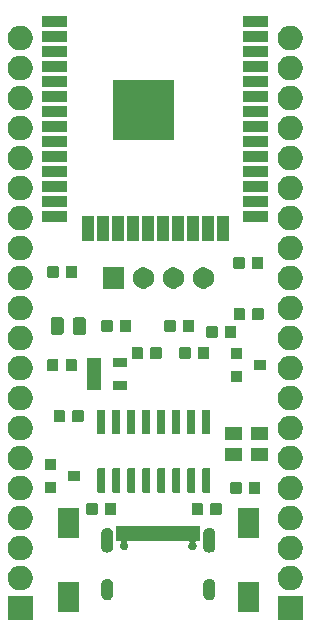
<source format=gbr>
G04 #@! TF.GenerationSoftware,KiCad,Pcbnew,5.1.5+dfsg1-2build2*
G04 #@! TF.CreationDate,2020-09-11T18:15:35+01:00*
G04 #@! TF.ProjectId,lhc_tijolo32_board,6c68635f-7469-46a6-9f6c-6f33325f626f,rev?*
G04 #@! TF.SameCoordinates,Original*
G04 #@! TF.FileFunction,Soldermask,Top*
G04 #@! TF.FilePolarity,Negative*
%FSLAX46Y46*%
G04 Gerber Fmt 4.6, Leading zero omitted, Abs format (unit mm)*
G04 Created by KiCad (PCBNEW 5.1.5+dfsg1-2build2) date 2020-09-11 18:15:35*
%MOMM*%
%LPD*%
G04 APERTURE LIST*
%ADD10C,0.100000*%
G04 APERTURE END LIST*
D10*
G36*
X135915400Y-119405400D02*
G01*
X133832600Y-119405400D01*
X133832600Y-117322600D01*
X135915400Y-117322600D01*
X135915400Y-119405400D01*
G37*
G36*
X113055400Y-119405400D02*
G01*
X110972600Y-119405400D01*
X110972600Y-117322600D01*
X113055400Y-117322600D01*
X113055400Y-119405400D01*
G37*
G36*
X132218430Y-118700550D02*
G01*
X130417570Y-118700550D01*
X130417570Y-116198650D01*
X132218430Y-116198650D01*
X132218430Y-118700550D01*
G37*
G36*
X116978430Y-118700550D02*
G01*
X115177570Y-118700550D01*
X115177570Y-116198650D01*
X116978430Y-116198650D01*
X116978430Y-118700550D01*
G37*
G36*
X119476212Y-115900249D02*
G01*
X119570651Y-115928897D01*
X119657687Y-115975418D01*
X119733975Y-116038025D01*
X119796582Y-116114313D01*
X119843103Y-116201348D01*
X119871751Y-116295787D01*
X119879000Y-116369388D01*
X119879000Y-117218612D01*
X119871751Y-117292213D01*
X119843103Y-117386652D01*
X119796582Y-117473687D01*
X119733975Y-117549975D01*
X119657687Y-117612582D01*
X119570652Y-117659103D01*
X119476213Y-117687751D01*
X119378000Y-117697424D01*
X119279788Y-117687751D01*
X119185349Y-117659103D01*
X119098314Y-117612582D01*
X119022026Y-117549975D01*
X118959419Y-117473687D01*
X118912898Y-117386652D01*
X118884250Y-117292213D01*
X118877001Y-117218612D01*
X118877000Y-117218602D01*
X118877000Y-116369389D01*
X118884249Y-116295788D01*
X118912897Y-116201349D01*
X118959418Y-116114313D01*
X119022025Y-116038025D01*
X119098313Y-115975418D01*
X119185348Y-115928897D01*
X119279787Y-115900249D01*
X119378000Y-115890576D01*
X119476212Y-115900249D01*
G37*
G36*
X128116212Y-115900249D02*
G01*
X128210651Y-115928897D01*
X128297687Y-115975418D01*
X128373975Y-116038025D01*
X128436582Y-116114313D01*
X128483103Y-116201348D01*
X128511751Y-116295787D01*
X128519000Y-116369388D01*
X128519000Y-117218612D01*
X128511751Y-117292213D01*
X128483103Y-117386652D01*
X128436582Y-117473687D01*
X128373975Y-117549975D01*
X128297687Y-117612582D01*
X128210652Y-117659103D01*
X128116213Y-117687751D01*
X128018000Y-117697424D01*
X127919788Y-117687751D01*
X127825349Y-117659103D01*
X127738314Y-117612582D01*
X127662026Y-117549975D01*
X127599419Y-117473687D01*
X127552898Y-117386652D01*
X127524250Y-117292213D01*
X127517001Y-117218612D01*
X127517000Y-117218602D01*
X127517000Y-116369389D01*
X127524249Y-116295788D01*
X127552897Y-116201349D01*
X127599418Y-116114313D01*
X127662025Y-116038025D01*
X127738313Y-115975418D01*
X127825348Y-115928897D01*
X127919787Y-115900249D01*
X128018000Y-115890576D01*
X128116212Y-115900249D01*
G37*
G36*
X112317765Y-114822620D02*
G01*
X112507288Y-114901123D01*
X112677854Y-115015092D01*
X112822908Y-115160146D01*
X112822909Y-115160148D01*
X112936878Y-115330714D01*
X113015380Y-115520235D01*
X113055400Y-115721430D01*
X113055400Y-115926570D01*
X113015380Y-116127765D01*
X112986019Y-116198650D01*
X112936877Y-116317288D01*
X112822908Y-116487854D01*
X112677854Y-116632908D01*
X112507288Y-116746877D01*
X112507287Y-116746878D01*
X112507286Y-116746878D01*
X112317765Y-116825380D01*
X112116570Y-116865400D01*
X111911430Y-116865400D01*
X111710235Y-116825380D01*
X111520714Y-116746878D01*
X111520713Y-116746878D01*
X111520712Y-116746877D01*
X111350146Y-116632908D01*
X111205092Y-116487854D01*
X111091123Y-116317288D01*
X111041982Y-116198650D01*
X111012620Y-116127765D01*
X110972600Y-115926570D01*
X110972600Y-115721430D01*
X111012620Y-115520235D01*
X111091122Y-115330714D01*
X111205091Y-115160148D01*
X111205092Y-115160146D01*
X111350146Y-115015092D01*
X111520712Y-114901123D01*
X111710235Y-114822620D01*
X111911430Y-114782600D01*
X112116570Y-114782600D01*
X112317765Y-114822620D01*
G37*
G36*
X135177765Y-114822620D02*
G01*
X135367288Y-114901123D01*
X135537854Y-115015092D01*
X135682908Y-115160146D01*
X135682909Y-115160148D01*
X135796878Y-115330714D01*
X135875380Y-115520235D01*
X135915400Y-115721430D01*
X135915400Y-115926570D01*
X135875380Y-116127765D01*
X135846019Y-116198650D01*
X135796877Y-116317288D01*
X135682908Y-116487854D01*
X135537854Y-116632908D01*
X135367288Y-116746877D01*
X135367287Y-116746878D01*
X135367286Y-116746878D01*
X135177765Y-116825380D01*
X134976570Y-116865400D01*
X134771430Y-116865400D01*
X134570235Y-116825380D01*
X134380714Y-116746878D01*
X134380713Y-116746878D01*
X134380712Y-116746877D01*
X134210146Y-116632908D01*
X134065092Y-116487854D01*
X133951123Y-116317288D01*
X133901982Y-116198650D01*
X133872620Y-116127765D01*
X133832600Y-115926570D01*
X133832600Y-115721430D01*
X133872620Y-115520235D01*
X133951122Y-115330714D01*
X134065091Y-115160148D01*
X134065092Y-115160146D01*
X134210146Y-115015092D01*
X134380712Y-114901123D01*
X134570235Y-114822620D01*
X134771430Y-114782600D01*
X134976570Y-114782600D01*
X135177765Y-114822620D01*
G37*
G36*
X135177765Y-112282620D02*
G01*
X135367288Y-112361123D01*
X135537854Y-112475092D01*
X135682908Y-112620146D01*
X135786788Y-112775613D01*
X135796878Y-112790714D01*
X135875380Y-112980235D01*
X135915400Y-113181430D01*
X135915400Y-113386570D01*
X135875380Y-113587765D01*
X135838243Y-113677423D01*
X135796877Y-113777288D01*
X135682908Y-113947854D01*
X135537854Y-114092908D01*
X135367288Y-114206877D01*
X135367287Y-114206878D01*
X135367286Y-114206878D01*
X135177765Y-114285380D01*
X134976570Y-114325400D01*
X134771430Y-114325400D01*
X134570235Y-114285380D01*
X134380714Y-114206878D01*
X134380713Y-114206878D01*
X134380712Y-114206877D01*
X134210146Y-114092908D01*
X134065092Y-113947854D01*
X133951123Y-113777288D01*
X133909758Y-113677423D01*
X133872620Y-113587765D01*
X133832600Y-113386570D01*
X133832600Y-113181430D01*
X133872620Y-112980235D01*
X133951122Y-112790714D01*
X133961212Y-112775613D01*
X134065092Y-112620146D01*
X134210146Y-112475092D01*
X134380712Y-112361123D01*
X134570235Y-112282620D01*
X134771430Y-112242600D01*
X134976570Y-112242600D01*
X135177765Y-112282620D01*
G37*
G36*
X112317765Y-112282620D02*
G01*
X112507288Y-112361123D01*
X112677854Y-112475092D01*
X112822908Y-112620146D01*
X112926788Y-112775613D01*
X112936878Y-112790714D01*
X113015380Y-112980235D01*
X113055400Y-113181430D01*
X113055400Y-113386570D01*
X113015380Y-113587765D01*
X112978243Y-113677423D01*
X112936877Y-113777288D01*
X112822908Y-113947854D01*
X112677854Y-114092908D01*
X112507288Y-114206877D01*
X112507287Y-114206878D01*
X112507286Y-114206878D01*
X112317765Y-114285380D01*
X112116570Y-114325400D01*
X111911430Y-114325400D01*
X111710235Y-114285380D01*
X111520714Y-114206878D01*
X111520713Y-114206878D01*
X111520712Y-114206877D01*
X111350146Y-114092908D01*
X111205092Y-113947854D01*
X111091123Y-113777288D01*
X111049758Y-113677423D01*
X111012620Y-113587765D01*
X110972600Y-113386570D01*
X110972600Y-113181430D01*
X111012620Y-112980235D01*
X111091122Y-112790714D01*
X111101212Y-112775613D01*
X111205092Y-112620146D01*
X111350146Y-112475092D01*
X111520712Y-112361123D01*
X111710235Y-112282620D01*
X111911430Y-112242600D01*
X112116570Y-112242600D01*
X112317765Y-112282620D01*
G37*
G36*
X128116212Y-111580249D02*
G01*
X128210651Y-111608897D01*
X128297687Y-111655418D01*
X128373975Y-111718025D01*
X128436582Y-111794313D01*
X128483103Y-111881348D01*
X128511751Y-111975787D01*
X128519000Y-112049388D01*
X128519000Y-113198612D01*
X128511751Y-113272213D01*
X128483103Y-113366652D01*
X128436582Y-113453687D01*
X128373975Y-113529975D01*
X128297687Y-113592582D01*
X128210652Y-113639103D01*
X128116213Y-113667751D01*
X128018000Y-113677424D01*
X127919788Y-113667751D01*
X127825349Y-113639103D01*
X127738314Y-113592582D01*
X127662026Y-113529975D01*
X127599419Y-113453687D01*
X127552898Y-113366652D01*
X127524250Y-113272213D01*
X127517001Y-113198612D01*
X127517000Y-112049389D01*
X127524249Y-111975788D01*
X127552897Y-111881349D01*
X127599418Y-111794313D01*
X127662025Y-111718025D01*
X127738313Y-111655418D01*
X127825348Y-111608897D01*
X127919787Y-111580249D01*
X128018000Y-111570576D01*
X128116212Y-111580249D01*
G37*
G36*
X119476212Y-111580249D02*
G01*
X119570651Y-111608897D01*
X119657687Y-111655418D01*
X119733975Y-111718025D01*
X119796582Y-111794313D01*
X119843103Y-111881348D01*
X119871751Y-111975787D01*
X119879000Y-112049388D01*
X119879000Y-113198612D01*
X119871751Y-113272213D01*
X119843103Y-113366652D01*
X119796582Y-113453687D01*
X119733975Y-113529975D01*
X119657687Y-113592582D01*
X119570652Y-113639103D01*
X119476213Y-113667751D01*
X119378000Y-113677424D01*
X119279788Y-113667751D01*
X119185349Y-113639103D01*
X119098314Y-113592582D01*
X119022026Y-113529975D01*
X118959419Y-113453687D01*
X118912898Y-113366652D01*
X118884250Y-113272213D01*
X118877001Y-113198612D01*
X118877000Y-112049389D01*
X118884249Y-111975788D01*
X118912897Y-111881349D01*
X118959418Y-111794313D01*
X119022025Y-111718025D01*
X119098313Y-111655418D01*
X119185348Y-111608897D01*
X119279787Y-111580249D01*
X119378000Y-111570576D01*
X119476212Y-111580249D01*
G37*
G36*
X127249000Y-112675000D02*
G01*
X126957163Y-112675000D01*
X126932777Y-112677402D01*
X126909328Y-112684515D01*
X126887717Y-112696066D01*
X126868775Y-112711611D01*
X126853230Y-112730553D01*
X126841679Y-112752164D01*
X126834566Y-112775613D01*
X126832164Y-112799999D01*
X126834566Y-112824385D01*
X126841679Y-112847834D01*
X126853230Y-112869445D01*
X126854246Y-112870683D01*
X126899054Y-112937742D01*
X126916654Y-112980235D01*
X126925511Y-113001617D01*
X126939000Y-113069430D01*
X126939000Y-113138570D01*
X126925511Y-113206383D01*
X126925510Y-113206385D01*
X126899054Y-113270258D01*
X126860640Y-113327748D01*
X126811748Y-113376640D01*
X126754258Y-113415054D01*
X126702182Y-113436624D01*
X126690383Y-113441511D01*
X126622570Y-113455000D01*
X126553430Y-113455000D01*
X126485617Y-113441511D01*
X126473818Y-113436624D01*
X126421742Y-113415054D01*
X126364252Y-113376640D01*
X126315360Y-113327748D01*
X126276946Y-113270258D01*
X126250490Y-113206385D01*
X126250489Y-113206383D01*
X126237000Y-113138570D01*
X126237000Y-113069430D01*
X126250489Y-113001617D01*
X126259346Y-112980235D01*
X126276946Y-112937742D01*
X126321754Y-112870683D01*
X126322770Y-112869445D01*
X126334321Y-112847834D01*
X126341434Y-112824385D01*
X126343836Y-112799999D01*
X126341434Y-112775613D01*
X126334321Y-112752164D01*
X126322770Y-112730553D01*
X126307225Y-112711611D01*
X126288283Y-112696066D01*
X126266672Y-112684515D01*
X126243223Y-112677402D01*
X126218837Y-112675000D01*
X121177163Y-112675000D01*
X121152777Y-112677402D01*
X121129328Y-112684515D01*
X121107717Y-112696066D01*
X121088775Y-112711611D01*
X121073230Y-112730553D01*
X121061679Y-112752164D01*
X121054566Y-112775613D01*
X121052164Y-112799999D01*
X121054566Y-112824385D01*
X121061679Y-112847834D01*
X121073230Y-112869445D01*
X121074246Y-112870683D01*
X121119054Y-112937742D01*
X121136654Y-112980235D01*
X121145511Y-113001617D01*
X121159000Y-113069430D01*
X121159000Y-113138570D01*
X121145511Y-113206383D01*
X121145510Y-113206385D01*
X121119054Y-113270258D01*
X121080640Y-113327748D01*
X121031748Y-113376640D01*
X120974258Y-113415054D01*
X120922182Y-113436624D01*
X120910383Y-113441511D01*
X120842570Y-113455000D01*
X120773430Y-113455000D01*
X120705617Y-113441511D01*
X120693818Y-113436624D01*
X120641742Y-113415054D01*
X120584252Y-113376640D01*
X120535360Y-113327748D01*
X120496946Y-113270258D01*
X120470490Y-113206385D01*
X120470489Y-113206383D01*
X120457000Y-113138570D01*
X120457000Y-113069430D01*
X120470489Y-113001617D01*
X120479346Y-112980235D01*
X120496946Y-112937742D01*
X120541754Y-112870683D01*
X120542770Y-112869445D01*
X120554321Y-112847834D01*
X120561434Y-112824385D01*
X120563836Y-112799999D01*
X120561434Y-112775613D01*
X120554321Y-112752164D01*
X120542770Y-112730553D01*
X120527225Y-112711611D01*
X120508283Y-112696066D01*
X120486672Y-112684515D01*
X120463223Y-112677402D01*
X120438837Y-112675000D01*
X120147000Y-112675000D01*
X120147000Y-111413000D01*
X127249000Y-111413000D01*
X127249000Y-112675000D01*
G37*
G36*
X132218430Y-112401350D02*
G01*
X130417570Y-112401350D01*
X130417570Y-109899450D01*
X132218430Y-109899450D01*
X132218430Y-112401350D01*
G37*
G36*
X116978430Y-112401350D02*
G01*
X115177570Y-112401350D01*
X115177570Y-109899450D01*
X116978430Y-109899450D01*
X116978430Y-112401350D01*
G37*
G36*
X135177765Y-109742620D02*
G01*
X135367288Y-109821123D01*
X135537854Y-109935092D01*
X135682908Y-110080146D01*
X135682909Y-110080148D01*
X135796878Y-110250714D01*
X135869852Y-110426890D01*
X135875380Y-110440235D01*
X135915400Y-110641431D01*
X135915400Y-110846569D01*
X135875380Y-111047765D01*
X135796877Y-111237288D01*
X135682908Y-111407854D01*
X135537854Y-111552908D01*
X135367288Y-111666877D01*
X135367287Y-111666878D01*
X135367286Y-111666878D01*
X135177765Y-111745380D01*
X134976570Y-111785400D01*
X134771430Y-111785400D01*
X134570235Y-111745380D01*
X134380714Y-111666878D01*
X134380713Y-111666878D01*
X134380712Y-111666877D01*
X134210146Y-111552908D01*
X134065092Y-111407854D01*
X133951123Y-111237288D01*
X133872620Y-111047765D01*
X133832600Y-110846569D01*
X133832600Y-110641431D01*
X133872620Y-110440235D01*
X133878148Y-110426890D01*
X133951122Y-110250714D01*
X134065091Y-110080148D01*
X134065092Y-110080146D01*
X134210146Y-109935092D01*
X134380712Y-109821123D01*
X134570235Y-109742620D01*
X134771430Y-109702600D01*
X134976570Y-109702600D01*
X135177765Y-109742620D01*
G37*
G36*
X112317765Y-109742620D02*
G01*
X112507288Y-109821123D01*
X112677854Y-109935092D01*
X112822908Y-110080146D01*
X112822909Y-110080148D01*
X112936878Y-110250714D01*
X113009852Y-110426890D01*
X113015380Y-110440235D01*
X113055400Y-110641431D01*
X113055400Y-110846569D01*
X113015380Y-111047765D01*
X112936877Y-111237288D01*
X112822908Y-111407854D01*
X112677854Y-111552908D01*
X112507288Y-111666877D01*
X112507287Y-111666878D01*
X112507286Y-111666878D01*
X112317765Y-111745380D01*
X112116570Y-111785400D01*
X111911430Y-111785400D01*
X111710235Y-111745380D01*
X111520714Y-111666878D01*
X111520713Y-111666878D01*
X111520712Y-111666877D01*
X111350146Y-111552908D01*
X111205092Y-111407854D01*
X111091123Y-111237288D01*
X111012620Y-111047765D01*
X110972600Y-110846569D01*
X110972600Y-110641431D01*
X111012620Y-110440235D01*
X111018148Y-110426890D01*
X111091122Y-110250714D01*
X111205091Y-110080148D01*
X111205092Y-110080146D01*
X111350146Y-109935092D01*
X111520712Y-109821123D01*
X111710235Y-109742620D01*
X111911430Y-109702600D01*
X112116570Y-109702600D01*
X112317765Y-109742620D01*
G37*
G36*
X118426591Y-109460085D02*
G01*
X118460569Y-109470393D01*
X118491890Y-109487134D01*
X118519339Y-109509661D01*
X118541866Y-109537110D01*
X118558607Y-109568431D01*
X118568915Y-109602409D01*
X118573000Y-109643890D01*
X118573000Y-110320110D01*
X118568915Y-110361591D01*
X118558607Y-110395569D01*
X118541866Y-110426890D01*
X118519339Y-110454339D01*
X118491890Y-110476866D01*
X118460569Y-110493607D01*
X118426591Y-110503915D01*
X118385110Y-110508000D01*
X117783890Y-110508000D01*
X117742409Y-110503915D01*
X117708431Y-110493607D01*
X117677110Y-110476866D01*
X117649661Y-110454339D01*
X117627134Y-110426890D01*
X117610393Y-110395569D01*
X117600085Y-110361591D01*
X117596000Y-110320110D01*
X117596000Y-109643890D01*
X117600085Y-109602409D01*
X117610393Y-109568431D01*
X117627134Y-109537110D01*
X117649661Y-109509661D01*
X117677110Y-109487134D01*
X117708431Y-109470393D01*
X117742409Y-109460085D01*
X117783890Y-109456000D01*
X118385110Y-109456000D01*
X118426591Y-109460085D01*
G37*
G36*
X128917091Y-109460085D02*
G01*
X128951069Y-109470393D01*
X128982390Y-109487134D01*
X129009839Y-109509661D01*
X129032366Y-109537110D01*
X129049107Y-109568431D01*
X129059415Y-109602409D01*
X129063500Y-109643890D01*
X129063500Y-110320110D01*
X129059415Y-110361591D01*
X129049107Y-110395569D01*
X129032366Y-110426890D01*
X129009839Y-110454339D01*
X128982390Y-110476866D01*
X128951069Y-110493607D01*
X128917091Y-110503915D01*
X128875610Y-110508000D01*
X128274390Y-110508000D01*
X128232909Y-110503915D01*
X128198931Y-110493607D01*
X128167610Y-110476866D01*
X128140161Y-110454339D01*
X128117634Y-110426890D01*
X128100893Y-110395569D01*
X128090585Y-110361591D01*
X128086500Y-110320110D01*
X128086500Y-109643890D01*
X128090585Y-109602409D01*
X128100893Y-109568431D01*
X128117634Y-109537110D01*
X128140161Y-109509661D01*
X128167610Y-109487134D01*
X128198931Y-109470393D01*
X128232909Y-109460085D01*
X128274390Y-109456000D01*
X128875610Y-109456000D01*
X128917091Y-109460085D01*
G37*
G36*
X127342091Y-109460085D02*
G01*
X127376069Y-109470393D01*
X127407390Y-109487134D01*
X127434839Y-109509661D01*
X127457366Y-109537110D01*
X127474107Y-109568431D01*
X127484415Y-109602409D01*
X127488500Y-109643890D01*
X127488500Y-110320110D01*
X127484415Y-110361591D01*
X127474107Y-110395569D01*
X127457366Y-110426890D01*
X127434839Y-110454339D01*
X127407390Y-110476866D01*
X127376069Y-110493607D01*
X127342091Y-110503915D01*
X127300610Y-110508000D01*
X126699390Y-110508000D01*
X126657909Y-110503915D01*
X126623931Y-110493607D01*
X126592610Y-110476866D01*
X126565161Y-110454339D01*
X126542634Y-110426890D01*
X126525893Y-110395569D01*
X126515585Y-110361591D01*
X126511500Y-110320110D01*
X126511500Y-109643890D01*
X126515585Y-109602409D01*
X126525893Y-109568431D01*
X126542634Y-109537110D01*
X126565161Y-109509661D01*
X126592610Y-109487134D01*
X126623931Y-109470393D01*
X126657909Y-109460085D01*
X126699390Y-109456000D01*
X127300610Y-109456000D01*
X127342091Y-109460085D01*
G37*
G36*
X120001591Y-109460085D02*
G01*
X120035569Y-109470393D01*
X120066890Y-109487134D01*
X120094339Y-109509661D01*
X120116866Y-109537110D01*
X120133607Y-109568431D01*
X120143915Y-109602409D01*
X120148000Y-109643890D01*
X120148000Y-110320110D01*
X120143915Y-110361591D01*
X120133607Y-110395569D01*
X120116866Y-110426890D01*
X120094339Y-110454339D01*
X120066890Y-110476866D01*
X120035569Y-110493607D01*
X120001591Y-110503915D01*
X119960110Y-110508000D01*
X119358890Y-110508000D01*
X119317409Y-110503915D01*
X119283431Y-110493607D01*
X119252110Y-110476866D01*
X119224661Y-110454339D01*
X119202134Y-110426890D01*
X119185393Y-110395569D01*
X119175085Y-110361591D01*
X119171000Y-110320110D01*
X119171000Y-109643890D01*
X119175085Y-109602409D01*
X119185393Y-109568431D01*
X119202134Y-109537110D01*
X119224661Y-109509661D01*
X119252110Y-109487134D01*
X119283431Y-109470393D01*
X119317409Y-109460085D01*
X119358890Y-109456000D01*
X119960110Y-109456000D01*
X120001591Y-109460085D01*
G37*
G36*
X135177765Y-107202620D02*
G01*
X135367288Y-107281123D01*
X135537854Y-107395092D01*
X135682908Y-107540146D01*
X135796877Y-107710712D01*
X135796878Y-107710714D01*
X135875380Y-107900235D01*
X135915400Y-108101430D01*
X135915400Y-108306570D01*
X135875380Y-108507765D01*
X135805555Y-108676339D01*
X135796877Y-108697288D01*
X135682908Y-108867854D01*
X135537854Y-109012908D01*
X135367288Y-109126877D01*
X135367287Y-109126878D01*
X135367286Y-109126878D01*
X135177765Y-109205380D01*
X134976570Y-109245400D01*
X134771430Y-109245400D01*
X134570235Y-109205380D01*
X134380714Y-109126878D01*
X134380713Y-109126878D01*
X134380712Y-109126877D01*
X134210146Y-109012908D01*
X134065092Y-108867854D01*
X133951123Y-108697288D01*
X133942446Y-108676339D01*
X133872620Y-108507765D01*
X133832600Y-108306570D01*
X133832600Y-108101430D01*
X133872620Y-107900235D01*
X133951122Y-107710714D01*
X133951123Y-107710712D01*
X134065092Y-107540146D01*
X134210146Y-107395092D01*
X134380712Y-107281123D01*
X134570235Y-107202620D01*
X134771430Y-107162600D01*
X134976570Y-107162600D01*
X135177765Y-107202620D01*
G37*
G36*
X112317765Y-107202620D02*
G01*
X112507288Y-107281123D01*
X112677854Y-107395092D01*
X112822908Y-107540146D01*
X112936877Y-107710712D01*
X112936878Y-107710714D01*
X113015380Y-107900235D01*
X113055400Y-108101430D01*
X113055400Y-108306570D01*
X113015380Y-108507765D01*
X112945555Y-108676339D01*
X112936877Y-108697288D01*
X112822908Y-108867854D01*
X112677854Y-109012908D01*
X112507288Y-109126877D01*
X112507287Y-109126878D01*
X112507286Y-109126878D01*
X112317765Y-109205380D01*
X112116570Y-109245400D01*
X111911430Y-109245400D01*
X111710235Y-109205380D01*
X111520714Y-109126878D01*
X111520713Y-109126878D01*
X111520712Y-109126877D01*
X111350146Y-109012908D01*
X111205092Y-108867854D01*
X111091123Y-108697288D01*
X111082446Y-108676339D01*
X111012620Y-108507765D01*
X110972600Y-108306570D01*
X110972600Y-108101430D01*
X111012620Y-107900235D01*
X111091122Y-107710714D01*
X111091123Y-107710712D01*
X111205092Y-107540146D01*
X111350146Y-107395092D01*
X111520712Y-107281123D01*
X111710235Y-107202620D01*
X111911430Y-107162600D01*
X112116570Y-107162600D01*
X112317765Y-107202620D01*
G37*
G36*
X132193591Y-107682085D02*
G01*
X132227569Y-107692393D01*
X132258890Y-107709134D01*
X132286339Y-107731661D01*
X132308866Y-107759110D01*
X132325607Y-107790431D01*
X132335915Y-107824409D01*
X132340000Y-107865890D01*
X132340000Y-108542110D01*
X132335915Y-108583591D01*
X132325607Y-108617569D01*
X132308866Y-108648890D01*
X132286339Y-108676339D01*
X132258890Y-108698866D01*
X132227569Y-108715607D01*
X132193591Y-108725915D01*
X132152110Y-108730000D01*
X131550890Y-108730000D01*
X131509409Y-108725915D01*
X131475431Y-108715607D01*
X131444110Y-108698866D01*
X131416661Y-108676339D01*
X131394134Y-108648890D01*
X131377393Y-108617569D01*
X131367085Y-108583591D01*
X131363000Y-108542110D01*
X131363000Y-107865890D01*
X131367085Y-107824409D01*
X131377393Y-107790431D01*
X131394134Y-107759110D01*
X131416661Y-107731661D01*
X131444110Y-107709134D01*
X131475431Y-107692393D01*
X131509409Y-107682085D01*
X131550890Y-107678000D01*
X132152110Y-107678000D01*
X132193591Y-107682085D01*
G37*
G36*
X130618591Y-107682085D02*
G01*
X130652569Y-107692393D01*
X130683890Y-107709134D01*
X130711339Y-107731661D01*
X130733866Y-107759110D01*
X130750607Y-107790431D01*
X130760915Y-107824409D01*
X130765000Y-107865890D01*
X130765000Y-108542110D01*
X130760915Y-108583591D01*
X130750607Y-108617569D01*
X130733866Y-108648890D01*
X130711339Y-108676339D01*
X130683890Y-108698866D01*
X130652569Y-108715607D01*
X130618591Y-108725915D01*
X130577110Y-108730000D01*
X129975890Y-108730000D01*
X129934409Y-108725915D01*
X129900431Y-108715607D01*
X129869110Y-108698866D01*
X129841661Y-108676339D01*
X129819134Y-108648890D01*
X129802393Y-108617569D01*
X129792085Y-108583591D01*
X129788000Y-108542110D01*
X129788000Y-107865890D01*
X129792085Y-107824409D01*
X129802393Y-107790431D01*
X129819134Y-107759110D01*
X129841661Y-107731661D01*
X129869110Y-107709134D01*
X129900431Y-107692393D01*
X129934409Y-107682085D01*
X129975890Y-107678000D01*
X130577110Y-107678000D01*
X130618591Y-107682085D01*
G37*
G36*
X124211928Y-106542764D02*
G01*
X124233009Y-106549160D01*
X124252445Y-106559548D01*
X124269476Y-106573524D01*
X124283452Y-106590555D01*
X124293840Y-106609991D01*
X124300236Y-106631072D01*
X124303000Y-106659140D01*
X124303000Y-108472860D01*
X124300236Y-108500928D01*
X124293840Y-108522009D01*
X124283452Y-108541445D01*
X124269476Y-108558476D01*
X124252445Y-108572452D01*
X124233009Y-108582840D01*
X124211928Y-108589236D01*
X124183860Y-108592000D01*
X123720140Y-108592000D01*
X123692072Y-108589236D01*
X123670991Y-108582840D01*
X123651555Y-108572452D01*
X123634524Y-108558476D01*
X123620548Y-108541445D01*
X123610160Y-108522009D01*
X123603764Y-108500928D01*
X123601000Y-108472860D01*
X123601000Y-106659140D01*
X123603764Y-106631072D01*
X123610160Y-106609991D01*
X123620548Y-106590555D01*
X123634524Y-106573524D01*
X123651555Y-106559548D01*
X123670991Y-106549160D01*
X123692072Y-106542764D01*
X123720140Y-106540000D01*
X124183860Y-106540000D01*
X124211928Y-106542764D01*
G37*
G36*
X128021928Y-106542764D02*
G01*
X128043009Y-106549160D01*
X128062445Y-106559548D01*
X128079476Y-106573524D01*
X128093452Y-106590555D01*
X128103840Y-106609991D01*
X128110236Y-106631072D01*
X128113000Y-106659140D01*
X128113000Y-108472860D01*
X128110236Y-108500928D01*
X128103840Y-108522009D01*
X128093452Y-108541445D01*
X128079476Y-108558476D01*
X128062445Y-108572452D01*
X128043009Y-108582840D01*
X128021928Y-108589236D01*
X127993860Y-108592000D01*
X127530140Y-108592000D01*
X127502072Y-108589236D01*
X127480991Y-108582840D01*
X127461555Y-108572452D01*
X127444524Y-108558476D01*
X127430548Y-108541445D01*
X127420160Y-108522009D01*
X127413764Y-108500928D01*
X127411000Y-108472860D01*
X127411000Y-106659140D01*
X127413764Y-106631072D01*
X127420160Y-106609991D01*
X127430548Y-106590555D01*
X127444524Y-106573524D01*
X127461555Y-106559548D01*
X127480991Y-106549160D01*
X127502072Y-106542764D01*
X127530140Y-106540000D01*
X127993860Y-106540000D01*
X128021928Y-106542764D01*
G37*
G36*
X126751928Y-106542764D02*
G01*
X126773009Y-106549160D01*
X126792445Y-106559548D01*
X126809476Y-106573524D01*
X126823452Y-106590555D01*
X126833840Y-106609991D01*
X126840236Y-106631072D01*
X126843000Y-106659140D01*
X126843000Y-108472860D01*
X126840236Y-108500928D01*
X126833840Y-108522009D01*
X126823452Y-108541445D01*
X126809476Y-108558476D01*
X126792445Y-108572452D01*
X126773009Y-108582840D01*
X126751928Y-108589236D01*
X126723860Y-108592000D01*
X126260140Y-108592000D01*
X126232072Y-108589236D01*
X126210991Y-108582840D01*
X126191555Y-108572452D01*
X126174524Y-108558476D01*
X126160548Y-108541445D01*
X126150160Y-108522009D01*
X126143764Y-108500928D01*
X126141000Y-108472860D01*
X126141000Y-106659140D01*
X126143764Y-106631072D01*
X126150160Y-106609991D01*
X126160548Y-106590555D01*
X126174524Y-106573524D01*
X126191555Y-106559548D01*
X126210991Y-106549160D01*
X126232072Y-106542764D01*
X126260140Y-106540000D01*
X126723860Y-106540000D01*
X126751928Y-106542764D01*
G37*
G36*
X122941928Y-106542764D02*
G01*
X122963009Y-106549160D01*
X122982445Y-106559548D01*
X122999476Y-106573524D01*
X123013452Y-106590555D01*
X123023840Y-106609991D01*
X123030236Y-106631072D01*
X123033000Y-106659140D01*
X123033000Y-108472860D01*
X123030236Y-108500928D01*
X123023840Y-108522009D01*
X123013452Y-108541445D01*
X122999476Y-108558476D01*
X122982445Y-108572452D01*
X122963009Y-108582840D01*
X122941928Y-108589236D01*
X122913860Y-108592000D01*
X122450140Y-108592000D01*
X122422072Y-108589236D01*
X122400991Y-108582840D01*
X122381555Y-108572452D01*
X122364524Y-108558476D01*
X122350548Y-108541445D01*
X122340160Y-108522009D01*
X122333764Y-108500928D01*
X122331000Y-108472860D01*
X122331000Y-106659140D01*
X122333764Y-106631072D01*
X122340160Y-106609991D01*
X122350548Y-106590555D01*
X122364524Y-106573524D01*
X122381555Y-106559548D01*
X122400991Y-106549160D01*
X122422072Y-106542764D01*
X122450140Y-106540000D01*
X122913860Y-106540000D01*
X122941928Y-106542764D01*
G37*
G36*
X121671928Y-106542764D02*
G01*
X121693009Y-106549160D01*
X121712445Y-106559548D01*
X121729476Y-106573524D01*
X121743452Y-106590555D01*
X121753840Y-106609991D01*
X121760236Y-106631072D01*
X121763000Y-106659140D01*
X121763000Y-108472860D01*
X121760236Y-108500928D01*
X121753840Y-108522009D01*
X121743452Y-108541445D01*
X121729476Y-108558476D01*
X121712445Y-108572452D01*
X121693009Y-108582840D01*
X121671928Y-108589236D01*
X121643860Y-108592000D01*
X121180140Y-108592000D01*
X121152072Y-108589236D01*
X121130991Y-108582840D01*
X121111555Y-108572452D01*
X121094524Y-108558476D01*
X121080548Y-108541445D01*
X121070160Y-108522009D01*
X121063764Y-108500928D01*
X121061000Y-108472860D01*
X121061000Y-106659140D01*
X121063764Y-106631072D01*
X121070160Y-106609991D01*
X121080548Y-106590555D01*
X121094524Y-106573524D01*
X121111555Y-106559548D01*
X121130991Y-106549160D01*
X121152072Y-106542764D01*
X121180140Y-106540000D01*
X121643860Y-106540000D01*
X121671928Y-106542764D01*
G37*
G36*
X120401928Y-106542764D02*
G01*
X120423009Y-106549160D01*
X120442445Y-106559548D01*
X120459476Y-106573524D01*
X120473452Y-106590555D01*
X120483840Y-106609991D01*
X120490236Y-106631072D01*
X120493000Y-106659140D01*
X120493000Y-108472860D01*
X120490236Y-108500928D01*
X120483840Y-108522009D01*
X120473452Y-108541445D01*
X120459476Y-108558476D01*
X120442445Y-108572452D01*
X120423009Y-108582840D01*
X120401928Y-108589236D01*
X120373860Y-108592000D01*
X119910140Y-108592000D01*
X119882072Y-108589236D01*
X119860991Y-108582840D01*
X119841555Y-108572452D01*
X119824524Y-108558476D01*
X119810548Y-108541445D01*
X119800160Y-108522009D01*
X119793764Y-108500928D01*
X119791000Y-108472860D01*
X119791000Y-106659140D01*
X119793764Y-106631072D01*
X119800160Y-106609991D01*
X119810548Y-106590555D01*
X119824524Y-106573524D01*
X119841555Y-106559548D01*
X119860991Y-106549160D01*
X119882072Y-106542764D01*
X119910140Y-106540000D01*
X120373860Y-106540000D01*
X120401928Y-106542764D01*
G37*
G36*
X125481928Y-106542764D02*
G01*
X125503009Y-106549160D01*
X125522445Y-106559548D01*
X125539476Y-106573524D01*
X125553452Y-106590555D01*
X125563840Y-106609991D01*
X125570236Y-106631072D01*
X125573000Y-106659140D01*
X125573000Y-108472860D01*
X125570236Y-108500928D01*
X125563840Y-108522009D01*
X125553452Y-108541445D01*
X125539476Y-108558476D01*
X125522445Y-108572452D01*
X125503009Y-108582840D01*
X125481928Y-108589236D01*
X125453860Y-108592000D01*
X124990140Y-108592000D01*
X124962072Y-108589236D01*
X124940991Y-108582840D01*
X124921555Y-108572452D01*
X124904524Y-108558476D01*
X124890548Y-108541445D01*
X124880160Y-108522009D01*
X124873764Y-108500928D01*
X124871000Y-108472860D01*
X124871000Y-106659140D01*
X124873764Y-106631072D01*
X124880160Y-106609991D01*
X124890548Y-106590555D01*
X124904524Y-106573524D01*
X124921555Y-106559548D01*
X124940991Y-106549160D01*
X124962072Y-106542764D01*
X124990140Y-106540000D01*
X125453860Y-106540000D01*
X125481928Y-106542764D01*
G37*
G36*
X119131928Y-106542764D02*
G01*
X119153009Y-106549160D01*
X119172445Y-106559548D01*
X119189476Y-106573524D01*
X119203452Y-106590555D01*
X119213840Y-106609991D01*
X119220236Y-106631072D01*
X119223000Y-106659140D01*
X119223000Y-108472860D01*
X119220236Y-108500928D01*
X119213840Y-108522009D01*
X119203452Y-108541445D01*
X119189476Y-108558476D01*
X119172445Y-108572452D01*
X119153009Y-108582840D01*
X119131928Y-108589236D01*
X119103860Y-108592000D01*
X118640140Y-108592000D01*
X118612072Y-108589236D01*
X118590991Y-108582840D01*
X118571555Y-108572452D01*
X118554524Y-108558476D01*
X118540548Y-108541445D01*
X118530160Y-108522009D01*
X118523764Y-108500928D01*
X118521000Y-108472860D01*
X118521000Y-106659140D01*
X118523764Y-106631072D01*
X118530160Y-106609991D01*
X118540548Y-106590555D01*
X118554524Y-106573524D01*
X118571555Y-106559548D01*
X118590991Y-106549160D01*
X118612072Y-106542764D01*
X118640140Y-106540000D01*
X119103860Y-106540000D01*
X119131928Y-106542764D01*
G37*
G36*
X115071000Y-108589000D02*
G01*
X114069000Y-108589000D01*
X114069000Y-107687000D01*
X115071000Y-107687000D01*
X115071000Y-108589000D01*
G37*
G36*
X117071000Y-107639000D02*
G01*
X116069000Y-107639000D01*
X116069000Y-106737000D01*
X117071000Y-106737000D01*
X117071000Y-107639000D01*
G37*
G36*
X112317765Y-104662620D02*
G01*
X112507288Y-104741123D01*
X112677854Y-104855092D01*
X112822908Y-105000146D01*
X112936877Y-105170712D01*
X113015380Y-105360235D01*
X113055400Y-105561431D01*
X113055400Y-105766569D01*
X113015380Y-105967765D01*
X112936877Y-106157288D01*
X112822908Y-106327854D01*
X112677854Y-106472908D01*
X112507288Y-106586877D01*
X112507287Y-106586878D01*
X112507286Y-106586878D01*
X112317765Y-106665380D01*
X112116570Y-106705400D01*
X111911430Y-106705400D01*
X111710235Y-106665380D01*
X111520714Y-106586878D01*
X111520713Y-106586878D01*
X111520712Y-106586877D01*
X111350146Y-106472908D01*
X111205092Y-106327854D01*
X111091123Y-106157288D01*
X111012620Y-105967765D01*
X110972600Y-105766569D01*
X110972600Y-105561431D01*
X111012620Y-105360235D01*
X111091123Y-105170712D01*
X111205092Y-105000146D01*
X111350146Y-104855092D01*
X111520712Y-104741123D01*
X111710235Y-104662620D01*
X111911430Y-104622600D01*
X112116570Y-104622600D01*
X112317765Y-104662620D01*
G37*
G36*
X135177765Y-104662620D02*
G01*
X135367288Y-104741123D01*
X135537854Y-104855092D01*
X135682908Y-105000146D01*
X135796877Y-105170712D01*
X135875380Y-105360235D01*
X135915400Y-105561431D01*
X135915400Y-105766569D01*
X135875380Y-105967765D01*
X135796877Y-106157288D01*
X135682908Y-106327854D01*
X135537854Y-106472908D01*
X135367288Y-106586877D01*
X135367287Y-106586878D01*
X135367286Y-106586878D01*
X135177765Y-106665380D01*
X134976570Y-106705400D01*
X134771430Y-106705400D01*
X134570235Y-106665380D01*
X134380714Y-106586878D01*
X134380713Y-106586878D01*
X134380712Y-106586877D01*
X134210146Y-106472908D01*
X134065092Y-106327854D01*
X133951123Y-106157288D01*
X133872620Y-105967765D01*
X133832600Y-105766569D01*
X133832600Y-105561431D01*
X133872620Y-105360235D01*
X133951123Y-105170712D01*
X134065092Y-105000146D01*
X134210146Y-104855092D01*
X134380712Y-104741123D01*
X134570235Y-104662620D01*
X134771430Y-104622600D01*
X134976570Y-104622600D01*
X135177765Y-104662620D01*
G37*
G36*
X115071000Y-106689000D02*
G01*
X114069000Y-106689000D01*
X114069000Y-105787000D01*
X115071000Y-105787000D01*
X115071000Y-106689000D01*
G37*
G36*
X132949000Y-105961000D02*
G01*
X131547000Y-105961000D01*
X131547000Y-104859000D01*
X132949000Y-104859000D01*
X132949000Y-105961000D01*
G37*
G36*
X130749000Y-105961000D02*
G01*
X129347000Y-105961000D01*
X129347000Y-104859000D01*
X130749000Y-104859000D01*
X130749000Y-105961000D01*
G37*
G36*
X135177765Y-102122620D02*
G01*
X135367288Y-102201123D01*
X135537854Y-102315092D01*
X135682908Y-102460146D01*
X135786651Y-102615408D01*
X135796878Y-102630714D01*
X135875380Y-102820235D01*
X135915400Y-103021430D01*
X135915400Y-103226570D01*
X135875380Y-103427765D01*
X135831517Y-103533661D01*
X135796877Y-103617288D01*
X135682908Y-103787854D01*
X135537854Y-103932908D01*
X135367288Y-104046877D01*
X135367287Y-104046878D01*
X135367286Y-104046878D01*
X135177765Y-104125380D01*
X134976570Y-104165400D01*
X134771430Y-104165400D01*
X134570235Y-104125380D01*
X134380714Y-104046878D01*
X134380713Y-104046878D01*
X134380712Y-104046877D01*
X134210146Y-103932908D01*
X134065092Y-103787854D01*
X133951123Y-103617288D01*
X133916484Y-103533661D01*
X133872620Y-103427765D01*
X133832600Y-103226570D01*
X133832600Y-103021430D01*
X133872620Y-102820235D01*
X133951122Y-102630714D01*
X133961349Y-102615408D01*
X134065092Y-102460146D01*
X134210146Y-102315092D01*
X134380712Y-102201123D01*
X134570235Y-102122620D01*
X134771430Y-102082600D01*
X134976570Y-102082600D01*
X135177765Y-102122620D01*
G37*
G36*
X112317765Y-102122620D02*
G01*
X112507288Y-102201123D01*
X112677854Y-102315092D01*
X112822908Y-102460146D01*
X112926651Y-102615408D01*
X112936878Y-102630714D01*
X113015380Y-102820235D01*
X113055400Y-103021430D01*
X113055400Y-103226570D01*
X113015380Y-103427765D01*
X112971517Y-103533661D01*
X112936877Y-103617288D01*
X112822908Y-103787854D01*
X112677854Y-103932908D01*
X112507288Y-104046877D01*
X112507287Y-104046878D01*
X112507286Y-104046878D01*
X112317765Y-104125380D01*
X112116570Y-104165400D01*
X111911430Y-104165400D01*
X111710235Y-104125380D01*
X111520714Y-104046878D01*
X111520713Y-104046878D01*
X111520712Y-104046877D01*
X111350146Y-103932908D01*
X111205092Y-103787854D01*
X111091123Y-103617288D01*
X111056484Y-103533661D01*
X111012620Y-103427765D01*
X110972600Y-103226570D01*
X110972600Y-103021430D01*
X111012620Y-102820235D01*
X111091122Y-102630714D01*
X111101349Y-102615408D01*
X111205092Y-102460146D01*
X111350146Y-102315092D01*
X111520712Y-102201123D01*
X111710235Y-102122620D01*
X111911430Y-102082600D01*
X112116570Y-102082600D01*
X112317765Y-102122620D01*
G37*
G36*
X132949000Y-104161000D02*
G01*
X131547000Y-104161000D01*
X131547000Y-103059000D01*
X132949000Y-103059000D01*
X132949000Y-104161000D01*
G37*
G36*
X130749000Y-104161000D02*
G01*
X129347000Y-104161000D01*
X129347000Y-103059000D01*
X130749000Y-103059000D01*
X130749000Y-104161000D01*
G37*
G36*
X120401928Y-101592764D02*
G01*
X120423009Y-101599160D01*
X120442445Y-101609548D01*
X120459476Y-101623524D01*
X120473452Y-101640555D01*
X120483840Y-101659991D01*
X120490236Y-101681072D01*
X120493000Y-101709140D01*
X120493000Y-103522860D01*
X120490236Y-103550928D01*
X120483840Y-103572009D01*
X120473452Y-103591445D01*
X120459476Y-103608476D01*
X120442445Y-103622452D01*
X120423009Y-103632840D01*
X120401928Y-103639236D01*
X120373860Y-103642000D01*
X119910140Y-103642000D01*
X119882072Y-103639236D01*
X119860991Y-103632840D01*
X119841555Y-103622452D01*
X119824524Y-103608476D01*
X119810548Y-103591445D01*
X119800160Y-103572009D01*
X119793764Y-103550928D01*
X119791000Y-103522860D01*
X119791000Y-101709140D01*
X119793764Y-101681072D01*
X119800160Y-101659991D01*
X119810548Y-101640555D01*
X119824524Y-101623524D01*
X119841555Y-101609548D01*
X119860991Y-101599160D01*
X119882072Y-101592764D01*
X119910140Y-101590000D01*
X120373860Y-101590000D01*
X120401928Y-101592764D01*
G37*
G36*
X119131928Y-101592764D02*
G01*
X119153009Y-101599160D01*
X119172445Y-101609548D01*
X119189476Y-101623524D01*
X119203452Y-101640555D01*
X119213840Y-101659991D01*
X119220236Y-101681072D01*
X119223000Y-101709140D01*
X119223000Y-103522860D01*
X119220236Y-103550928D01*
X119213840Y-103572009D01*
X119203452Y-103591445D01*
X119189476Y-103608476D01*
X119172445Y-103622452D01*
X119153009Y-103632840D01*
X119131928Y-103639236D01*
X119103860Y-103642000D01*
X118640140Y-103642000D01*
X118612072Y-103639236D01*
X118590991Y-103632840D01*
X118571555Y-103622452D01*
X118554524Y-103608476D01*
X118540548Y-103591445D01*
X118530160Y-103572009D01*
X118523764Y-103550928D01*
X118521000Y-103522860D01*
X118521000Y-101709140D01*
X118523764Y-101681072D01*
X118530160Y-101659991D01*
X118540548Y-101640555D01*
X118554524Y-101623524D01*
X118571555Y-101609548D01*
X118590991Y-101599160D01*
X118612072Y-101592764D01*
X118640140Y-101590000D01*
X119103860Y-101590000D01*
X119131928Y-101592764D01*
G37*
G36*
X121671928Y-101592764D02*
G01*
X121693009Y-101599160D01*
X121712445Y-101609548D01*
X121729476Y-101623524D01*
X121743452Y-101640555D01*
X121753840Y-101659991D01*
X121760236Y-101681072D01*
X121763000Y-101709140D01*
X121763000Y-103522860D01*
X121760236Y-103550928D01*
X121753840Y-103572009D01*
X121743452Y-103591445D01*
X121729476Y-103608476D01*
X121712445Y-103622452D01*
X121693009Y-103632840D01*
X121671928Y-103639236D01*
X121643860Y-103642000D01*
X121180140Y-103642000D01*
X121152072Y-103639236D01*
X121130991Y-103632840D01*
X121111555Y-103622452D01*
X121094524Y-103608476D01*
X121080548Y-103591445D01*
X121070160Y-103572009D01*
X121063764Y-103550928D01*
X121061000Y-103522860D01*
X121061000Y-101709140D01*
X121063764Y-101681072D01*
X121070160Y-101659991D01*
X121080548Y-101640555D01*
X121094524Y-101623524D01*
X121111555Y-101609548D01*
X121130991Y-101599160D01*
X121152072Y-101592764D01*
X121180140Y-101590000D01*
X121643860Y-101590000D01*
X121671928Y-101592764D01*
G37*
G36*
X122941928Y-101592764D02*
G01*
X122963009Y-101599160D01*
X122982445Y-101609548D01*
X122999476Y-101623524D01*
X123013452Y-101640555D01*
X123023840Y-101659991D01*
X123030236Y-101681072D01*
X123033000Y-101709140D01*
X123033000Y-103522860D01*
X123030236Y-103550928D01*
X123023840Y-103572009D01*
X123013452Y-103591445D01*
X122999476Y-103608476D01*
X122982445Y-103622452D01*
X122963009Y-103632840D01*
X122941928Y-103639236D01*
X122913860Y-103642000D01*
X122450140Y-103642000D01*
X122422072Y-103639236D01*
X122400991Y-103632840D01*
X122381555Y-103622452D01*
X122364524Y-103608476D01*
X122350548Y-103591445D01*
X122340160Y-103572009D01*
X122333764Y-103550928D01*
X122331000Y-103522860D01*
X122331000Y-101709140D01*
X122333764Y-101681072D01*
X122340160Y-101659991D01*
X122350548Y-101640555D01*
X122364524Y-101623524D01*
X122381555Y-101609548D01*
X122400991Y-101599160D01*
X122422072Y-101592764D01*
X122450140Y-101590000D01*
X122913860Y-101590000D01*
X122941928Y-101592764D01*
G37*
G36*
X124211928Y-101592764D02*
G01*
X124233009Y-101599160D01*
X124252445Y-101609548D01*
X124269476Y-101623524D01*
X124283452Y-101640555D01*
X124293840Y-101659991D01*
X124300236Y-101681072D01*
X124303000Y-101709140D01*
X124303000Y-103522860D01*
X124300236Y-103550928D01*
X124293840Y-103572009D01*
X124283452Y-103591445D01*
X124269476Y-103608476D01*
X124252445Y-103622452D01*
X124233009Y-103632840D01*
X124211928Y-103639236D01*
X124183860Y-103642000D01*
X123720140Y-103642000D01*
X123692072Y-103639236D01*
X123670991Y-103632840D01*
X123651555Y-103622452D01*
X123634524Y-103608476D01*
X123620548Y-103591445D01*
X123610160Y-103572009D01*
X123603764Y-103550928D01*
X123601000Y-103522860D01*
X123601000Y-101709140D01*
X123603764Y-101681072D01*
X123610160Y-101659991D01*
X123620548Y-101640555D01*
X123634524Y-101623524D01*
X123651555Y-101609548D01*
X123670991Y-101599160D01*
X123692072Y-101592764D01*
X123720140Y-101590000D01*
X124183860Y-101590000D01*
X124211928Y-101592764D01*
G37*
G36*
X125481928Y-101592764D02*
G01*
X125503009Y-101599160D01*
X125522445Y-101609548D01*
X125539476Y-101623524D01*
X125553452Y-101640555D01*
X125563840Y-101659991D01*
X125570236Y-101681072D01*
X125573000Y-101709140D01*
X125573000Y-103522860D01*
X125570236Y-103550928D01*
X125563840Y-103572009D01*
X125553452Y-103591445D01*
X125539476Y-103608476D01*
X125522445Y-103622452D01*
X125503009Y-103632840D01*
X125481928Y-103639236D01*
X125453860Y-103642000D01*
X124990140Y-103642000D01*
X124962072Y-103639236D01*
X124940991Y-103632840D01*
X124921555Y-103622452D01*
X124904524Y-103608476D01*
X124890548Y-103591445D01*
X124880160Y-103572009D01*
X124873764Y-103550928D01*
X124871000Y-103522860D01*
X124871000Y-101709140D01*
X124873764Y-101681072D01*
X124880160Y-101659991D01*
X124890548Y-101640555D01*
X124904524Y-101623524D01*
X124921555Y-101609548D01*
X124940991Y-101599160D01*
X124962072Y-101592764D01*
X124990140Y-101590000D01*
X125453860Y-101590000D01*
X125481928Y-101592764D01*
G37*
G36*
X128021928Y-101592764D02*
G01*
X128043009Y-101599160D01*
X128062445Y-101609548D01*
X128079476Y-101623524D01*
X128093452Y-101640555D01*
X128103840Y-101659991D01*
X128110236Y-101681072D01*
X128113000Y-101709140D01*
X128113000Y-103522860D01*
X128110236Y-103550928D01*
X128103840Y-103572009D01*
X128093452Y-103591445D01*
X128079476Y-103608476D01*
X128062445Y-103622452D01*
X128043009Y-103632840D01*
X128021928Y-103639236D01*
X127993860Y-103642000D01*
X127530140Y-103642000D01*
X127502072Y-103639236D01*
X127480991Y-103632840D01*
X127461555Y-103622452D01*
X127444524Y-103608476D01*
X127430548Y-103591445D01*
X127420160Y-103572009D01*
X127413764Y-103550928D01*
X127411000Y-103522860D01*
X127411000Y-101709140D01*
X127413764Y-101681072D01*
X127420160Y-101659991D01*
X127430548Y-101640555D01*
X127444524Y-101623524D01*
X127461555Y-101609548D01*
X127480991Y-101599160D01*
X127502072Y-101592764D01*
X127530140Y-101590000D01*
X127993860Y-101590000D01*
X128021928Y-101592764D01*
G37*
G36*
X126751928Y-101592764D02*
G01*
X126773009Y-101599160D01*
X126792445Y-101609548D01*
X126809476Y-101623524D01*
X126823452Y-101640555D01*
X126833840Y-101659991D01*
X126840236Y-101681072D01*
X126843000Y-101709140D01*
X126843000Y-103522860D01*
X126840236Y-103550928D01*
X126833840Y-103572009D01*
X126823452Y-103591445D01*
X126809476Y-103608476D01*
X126792445Y-103622452D01*
X126773009Y-103632840D01*
X126751928Y-103639236D01*
X126723860Y-103642000D01*
X126260140Y-103642000D01*
X126232072Y-103639236D01*
X126210991Y-103632840D01*
X126191555Y-103622452D01*
X126174524Y-103608476D01*
X126160548Y-103591445D01*
X126150160Y-103572009D01*
X126143764Y-103550928D01*
X126141000Y-103522860D01*
X126141000Y-101709140D01*
X126143764Y-101681072D01*
X126150160Y-101659991D01*
X126160548Y-101640555D01*
X126174524Y-101623524D01*
X126191555Y-101609548D01*
X126210991Y-101599160D01*
X126232072Y-101592764D01*
X126260140Y-101590000D01*
X126723860Y-101590000D01*
X126751928Y-101592764D01*
G37*
G36*
X117233091Y-101586085D02*
G01*
X117267069Y-101596393D01*
X117298390Y-101613134D01*
X117325839Y-101635661D01*
X117348366Y-101663110D01*
X117365107Y-101694431D01*
X117375415Y-101728409D01*
X117379500Y-101769890D01*
X117379500Y-102446110D01*
X117375415Y-102487591D01*
X117365107Y-102521569D01*
X117348366Y-102552890D01*
X117325839Y-102580339D01*
X117298390Y-102602866D01*
X117267069Y-102619607D01*
X117233091Y-102629915D01*
X117191610Y-102634000D01*
X116590390Y-102634000D01*
X116548909Y-102629915D01*
X116514931Y-102619607D01*
X116483610Y-102602866D01*
X116456161Y-102580339D01*
X116433634Y-102552890D01*
X116416893Y-102521569D01*
X116406585Y-102487591D01*
X116402500Y-102446110D01*
X116402500Y-101769890D01*
X116406585Y-101728409D01*
X116416893Y-101694431D01*
X116433634Y-101663110D01*
X116456161Y-101635661D01*
X116483610Y-101613134D01*
X116514931Y-101596393D01*
X116548909Y-101586085D01*
X116590390Y-101582000D01*
X117191610Y-101582000D01*
X117233091Y-101586085D01*
G37*
G36*
X115658091Y-101586085D02*
G01*
X115692069Y-101596393D01*
X115723390Y-101613134D01*
X115750839Y-101635661D01*
X115773366Y-101663110D01*
X115790107Y-101694431D01*
X115800415Y-101728409D01*
X115804500Y-101769890D01*
X115804500Y-102446110D01*
X115800415Y-102487591D01*
X115790107Y-102521569D01*
X115773366Y-102552890D01*
X115750839Y-102580339D01*
X115723390Y-102602866D01*
X115692069Y-102619607D01*
X115658091Y-102629915D01*
X115616610Y-102634000D01*
X115015390Y-102634000D01*
X114973909Y-102629915D01*
X114939931Y-102619607D01*
X114908610Y-102602866D01*
X114881161Y-102580339D01*
X114858634Y-102552890D01*
X114841893Y-102521569D01*
X114831585Y-102487591D01*
X114827500Y-102446110D01*
X114827500Y-101769890D01*
X114831585Y-101728409D01*
X114841893Y-101694431D01*
X114858634Y-101663110D01*
X114881161Y-101635661D01*
X114908610Y-101613134D01*
X114939931Y-101596393D01*
X114973909Y-101586085D01*
X115015390Y-101582000D01*
X115616610Y-101582000D01*
X115658091Y-101586085D01*
G37*
G36*
X135177765Y-99582620D02*
G01*
X135367288Y-99661123D01*
X135537854Y-99775092D01*
X135682908Y-99920146D01*
X135796877Y-100090712D01*
X135875380Y-100280235D01*
X135915400Y-100481431D01*
X135915400Y-100686569D01*
X135875380Y-100887765D01*
X135796877Y-101077288D01*
X135682908Y-101247854D01*
X135537854Y-101392908D01*
X135367288Y-101506877D01*
X135367287Y-101506878D01*
X135367286Y-101506878D01*
X135177765Y-101585380D01*
X134976570Y-101625400D01*
X134771430Y-101625400D01*
X134570235Y-101585380D01*
X134380714Y-101506878D01*
X134380713Y-101506878D01*
X134380712Y-101506877D01*
X134210146Y-101392908D01*
X134065092Y-101247854D01*
X133951123Y-101077288D01*
X133872620Y-100887765D01*
X133832600Y-100686569D01*
X133832600Y-100481431D01*
X133872620Y-100280235D01*
X133951123Y-100090712D01*
X134065092Y-99920146D01*
X134210146Y-99775092D01*
X134380712Y-99661123D01*
X134570235Y-99582620D01*
X134771430Y-99542600D01*
X134976570Y-99542600D01*
X135177765Y-99582620D01*
G37*
G36*
X112317765Y-99582620D02*
G01*
X112507288Y-99661123D01*
X112677854Y-99775092D01*
X112822908Y-99920146D01*
X112936877Y-100090712D01*
X113015380Y-100280235D01*
X113055400Y-100481431D01*
X113055400Y-100686569D01*
X113015380Y-100887765D01*
X112936877Y-101077288D01*
X112822908Y-101247854D01*
X112677854Y-101392908D01*
X112507288Y-101506877D01*
X112507287Y-101506878D01*
X112507286Y-101506878D01*
X112317765Y-101585380D01*
X112116570Y-101625400D01*
X111911430Y-101625400D01*
X111710235Y-101585380D01*
X111520714Y-101506878D01*
X111520713Y-101506878D01*
X111520712Y-101506877D01*
X111350146Y-101392908D01*
X111205092Y-101247854D01*
X111091123Y-101077288D01*
X111012620Y-100887765D01*
X110972600Y-100686569D01*
X110972600Y-100481431D01*
X111012620Y-100280235D01*
X111091123Y-100090712D01*
X111205092Y-99920146D01*
X111350146Y-99775092D01*
X111520712Y-99661123D01*
X111710235Y-99582620D01*
X111911430Y-99542600D01*
X112116570Y-99542600D01*
X112317765Y-99582620D01*
G37*
G36*
X118861000Y-99878000D02*
G01*
X117699000Y-99878000D01*
X117699000Y-97226000D01*
X118861000Y-97226000D01*
X118861000Y-99878000D01*
G37*
G36*
X121061000Y-99878000D02*
G01*
X119899000Y-99878000D01*
X119899000Y-99126000D01*
X121061000Y-99126000D01*
X121061000Y-99878000D01*
G37*
G36*
X130819000Y-99191000D02*
G01*
X129817000Y-99191000D01*
X129817000Y-98289000D01*
X130819000Y-98289000D01*
X130819000Y-99191000D01*
G37*
G36*
X112317765Y-97042620D02*
G01*
X112464504Y-97103401D01*
X112507288Y-97121123D01*
X112677854Y-97235092D01*
X112822908Y-97380146D01*
X112936877Y-97550712D01*
X113015380Y-97740235D01*
X113055400Y-97941431D01*
X113055400Y-98146569D01*
X113015380Y-98347765D01*
X112936877Y-98537288D01*
X112822908Y-98707854D01*
X112677854Y-98852908D01*
X112507288Y-98966877D01*
X112507287Y-98966878D01*
X112507286Y-98966878D01*
X112317765Y-99045380D01*
X112116570Y-99085400D01*
X111911430Y-99085400D01*
X111710235Y-99045380D01*
X111520714Y-98966878D01*
X111520713Y-98966878D01*
X111520712Y-98966877D01*
X111350146Y-98852908D01*
X111205092Y-98707854D01*
X111091123Y-98537288D01*
X111012620Y-98347765D01*
X110972600Y-98146569D01*
X110972600Y-97941431D01*
X111012620Y-97740235D01*
X111091123Y-97550712D01*
X111205092Y-97380146D01*
X111350146Y-97235092D01*
X111520712Y-97121123D01*
X111563497Y-97103401D01*
X111710235Y-97042620D01*
X111911430Y-97002600D01*
X112116570Y-97002600D01*
X112317765Y-97042620D01*
G37*
G36*
X135177765Y-97042620D02*
G01*
X135324504Y-97103401D01*
X135367288Y-97121123D01*
X135537854Y-97235092D01*
X135682908Y-97380146D01*
X135796877Y-97550712D01*
X135875380Y-97740235D01*
X135915400Y-97941431D01*
X135915400Y-98146569D01*
X135875380Y-98347765D01*
X135796877Y-98537288D01*
X135682908Y-98707854D01*
X135537854Y-98852908D01*
X135367288Y-98966877D01*
X135367287Y-98966878D01*
X135367286Y-98966878D01*
X135177765Y-99045380D01*
X134976570Y-99085400D01*
X134771430Y-99085400D01*
X134570235Y-99045380D01*
X134380714Y-98966878D01*
X134380713Y-98966878D01*
X134380712Y-98966877D01*
X134210146Y-98852908D01*
X134065092Y-98707854D01*
X133951123Y-98537288D01*
X133872620Y-98347765D01*
X133832600Y-98146569D01*
X133832600Y-97941431D01*
X133872620Y-97740235D01*
X133951123Y-97550712D01*
X134065092Y-97380146D01*
X134210146Y-97235092D01*
X134380712Y-97121123D01*
X134423497Y-97103401D01*
X134570235Y-97042620D01*
X134771430Y-97002600D01*
X134976570Y-97002600D01*
X135177765Y-97042620D01*
G37*
G36*
X116674091Y-97268085D02*
G01*
X116708069Y-97278393D01*
X116739390Y-97295134D01*
X116766839Y-97317661D01*
X116789366Y-97345110D01*
X116806107Y-97376431D01*
X116816415Y-97410409D01*
X116820500Y-97451890D01*
X116820500Y-98128110D01*
X116816415Y-98169591D01*
X116806107Y-98203569D01*
X116789366Y-98234890D01*
X116766839Y-98262339D01*
X116739390Y-98284866D01*
X116708069Y-98301607D01*
X116674091Y-98311915D01*
X116632610Y-98316000D01*
X116031390Y-98316000D01*
X115989909Y-98311915D01*
X115955931Y-98301607D01*
X115924610Y-98284866D01*
X115897161Y-98262339D01*
X115874634Y-98234890D01*
X115857893Y-98203569D01*
X115847585Y-98169591D01*
X115843500Y-98128110D01*
X115843500Y-97451890D01*
X115847585Y-97410409D01*
X115857893Y-97376431D01*
X115874634Y-97345110D01*
X115897161Y-97317661D01*
X115924610Y-97295134D01*
X115955931Y-97278393D01*
X115989909Y-97268085D01*
X116031390Y-97264000D01*
X116632610Y-97264000D01*
X116674091Y-97268085D01*
G37*
G36*
X115099091Y-97268085D02*
G01*
X115133069Y-97278393D01*
X115164390Y-97295134D01*
X115191839Y-97317661D01*
X115214366Y-97345110D01*
X115231107Y-97376431D01*
X115241415Y-97410409D01*
X115245500Y-97451890D01*
X115245500Y-98128110D01*
X115241415Y-98169591D01*
X115231107Y-98203569D01*
X115214366Y-98234890D01*
X115191839Y-98262339D01*
X115164390Y-98284866D01*
X115133069Y-98301607D01*
X115099091Y-98311915D01*
X115057610Y-98316000D01*
X114456390Y-98316000D01*
X114414909Y-98311915D01*
X114380931Y-98301607D01*
X114349610Y-98284866D01*
X114322161Y-98262339D01*
X114299634Y-98234890D01*
X114282893Y-98203569D01*
X114272585Y-98169591D01*
X114268500Y-98128110D01*
X114268500Y-97451890D01*
X114272585Y-97410409D01*
X114282893Y-97376431D01*
X114299634Y-97345110D01*
X114322161Y-97317661D01*
X114349610Y-97295134D01*
X114380931Y-97278393D01*
X114414909Y-97268085D01*
X114456390Y-97264000D01*
X115057610Y-97264000D01*
X115099091Y-97268085D01*
G37*
G36*
X132819000Y-98241000D02*
G01*
X131817000Y-98241000D01*
X131817000Y-97339000D01*
X132819000Y-97339000D01*
X132819000Y-98241000D01*
G37*
G36*
X121061000Y-97978000D02*
G01*
X119899000Y-97978000D01*
X119899000Y-97226000D01*
X121061000Y-97226000D01*
X121061000Y-97978000D01*
G37*
G36*
X126300591Y-96252085D02*
G01*
X126334569Y-96262393D01*
X126365890Y-96279134D01*
X126393339Y-96301661D01*
X126415866Y-96329110D01*
X126432607Y-96360431D01*
X126442915Y-96394409D01*
X126447000Y-96435890D01*
X126447000Y-97112110D01*
X126442915Y-97153591D01*
X126432607Y-97187569D01*
X126415866Y-97218890D01*
X126393339Y-97246339D01*
X126365890Y-97268866D01*
X126334569Y-97285607D01*
X126300591Y-97295915D01*
X126259110Y-97300000D01*
X125657890Y-97300000D01*
X125616409Y-97295915D01*
X125582431Y-97285607D01*
X125551110Y-97268866D01*
X125523661Y-97246339D01*
X125501134Y-97218890D01*
X125484393Y-97187569D01*
X125474085Y-97153591D01*
X125470000Y-97112110D01*
X125470000Y-96435890D01*
X125474085Y-96394409D01*
X125484393Y-96360431D01*
X125501134Y-96329110D01*
X125523661Y-96301661D01*
X125551110Y-96279134D01*
X125582431Y-96262393D01*
X125616409Y-96252085D01*
X125657890Y-96248000D01*
X126259110Y-96248000D01*
X126300591Y-96252085D01*
G37*
G36*
X122262091Y-96252085D02*
G01*
X122296069Y-96262393D01*
X122327390Y-96279134D01*
X122354839Y-96301661D01*
X122377366Y-96329110D01*
X122394107Y-96360431D01*
X122404415Y-96394409D01*
X122408500Y-96435890D01*
X122408500Y-97112110D01*
X122404415Y-97153591D01*
X122394107Y-97187569D01*
X122377366Y-97218890D01*
X122354839Y-97246339D01*
X122327390Y-97268866D01*
X122296069Y-97285607D01*
X122262091Y-97295915D01*
X122220610Y-97300000D01*
X121619390Y-97300000D01*
X121577909Y-97295915D01*
X121543931Y-97285607D01*
X121512610Y-97268866D01*
X121485161Y-97246339D01*
X121462634Y-97218890D01*
X121445893Y-97187569D01*
X121435585Y-97153591D01*
X121431500Y-97112110D01*
X121431500Y-96435890D01*
X121435585Y-96394409D01*
X121445893Y-96360431D01*
X121462634Y-96329110D01*
X121485161Y-96301661D01*
X121512610Y-96279134D01*
X121543931Y-96262393D01*
X121577909Y-96252085D01*
X121619390Y-96248000D01*
X122220610Y-96248000D01*
X122262091Y-96252085D01*
G37*
G36*
X127875591Y-96252085D02*
G01*
X127909569Y-96262393D01*
X127940890Y-96279134D01*
X127968339Y-96301661D01*
X127990866Y-96329110D01*
X128007607Y-96360431D01*
X128017915Y-96394409D01*
X128022000Y-96435890D01*
X128022000Y-97112110D01*
X128017915Y-97153591D01*
X128007607Y-97187569D01*
X127990866Y-97218890D01*
X127968339Y-97246339D01*
X127940890Y-97268866D01*
X127909569Y-97285607D01*
X127875591Y-97295915D01*
X127834110Y-97300000D01*
X127232890Y-97300000D01*
X127191409Y-97295915D01*
X127157431Y-97285607D01*
X127126110Y-97268866D01*
X127098661Y-97246339D01*
X127076134Y-97218890D01*
X127059393Y-97187569D01*
X127049085Y-97153591D01*
X127045000Y-97112110D01*
X127045000Y-96435890D01*
X127049085Y-96394409D01*
X127059393Y-96360431D01*
X127076134Y-96329110D01*
X127098661Y-96301661D01*
X127126110Y-96279134D01*
X127157431Y-96262393D01*
X127191409Y-96252085D01*
X127232890Y-96248000D01*
X127834110Y-96248000D01*
X127875591Y-96252085D01*
G37*
G36*
X123837091Y-96252085D02*
G01*
X123871069Y-96262393D01*
X123902390Y-96279134D01*
X123929839Y-96301661D01*
X123952366Y-96329110D01*
X123969107Y-96360431D01*
X123979415Y-96394409D01*
X123983500Y-96435890D01*
X123983500Y-97112110D01*
X123979415Y-97153591D01*
X123969107Y-97187569D01*
X123952366Y-97218890D01*
X123929839Y-97246339D01*
X123902390Y-97268866D01*
X123871069Y-97285607D01*
X123837091Y-97295915D01*
X123795610Y-97300000D01*
X123194390Y-97300000D01*
X123152909Y-97295915D01*
X123118931Y-97285607D01*
X123087610Y-97268866D01*
X123060161Y-97246339D01*
X123037634Y-97218890D01*
X123020893Y-97187569D01*
X123010585Y-97153591D01*
X123006500Y-97112110D01*
X123006500Y-96435890D01*
X123010585Y-96394409D01*
X123020893Y-96360431D01*
X123037634Y-96329110D01*
X123060161Y-96301661D01*
X123087610Y-96279134D01*
X123118931Y-96262393D01*
X123152909Y-96252085D01*
X123194390Y-96248000D01*
X123795610Y-96248000D01*
X123837091Y-96252085D01*
G37*
G36*
X130819000Y-97291000D02*
G01*
X129817000Y-97291000D01*
X129817000Y-96389000D01*
X130819000Y-96389000D01*
X130819000Y-97291000D01*
G37*
G36*
X135177765Y-94502620D02*
G01*
X135228563Y-94523661D01*
X135367288Y-94581123D01*
X135537854Y-94695092D01*
X135682908Y-94840146D01*
X135796877Y-95010712D01*
X135875380Y-95200235D01*
X135915400Y-95401431D01*
X135915400Y-95606569D01*
X135875380Y-95807765D01*
X135796877Y-95997288D01*
X135682908Y-96167854D01*
X135537854Y-96312908D01*
X135367288Y-96426877D01*
X135367287Y-96426878D01*
X135367286Y-96426878D01*
X135177765Y-96505380D01*
X134976570Y-96545400D01*
X134771430Y-96545400D01*
X134570235Y-96505380D01*
X134380714Y-96426878D01*
X134380713Y-96426878D01*
X134380712Y-96426877D01*
X134210146Y-96312908D01*
X134065092Y-96167854D01*
X133951123Y-95997288D01*
X133872620Y-95807765D01*
X133832600Y-95606569D01*
X133832600Y-95401431D01*
X133872620Y-95200235D01*
X133951123Y-95010712D01*
X134065092Y-94840146D01*
X134210146Y-94695092D01*
X134380712Y-94581123D01*
X134519438Y-94523661D01*
X134570235Y-94502620D01*
X134771430Y-94462600D01*
X134976570Y-94462600D01*
X135177765Y-94502620D01*
G37*
G36*
X112317765Y-94502620D02*
G01*
X112368563Y-94523661D01*
X112507288Y-94581123D01*
X112677854Y-94695092D01*
X112822908Y-94840146D01*
X112936877Y-95010712D01*
X113015380Y-95200235D01*
X113055400Y-95401431D01*
X113055400Y-95606569D01*
X113015380Y-95807765D01*
X112936877Y-95997288D01*
X112822908Y-96167854D01*
X112677854Y-96312908D01*
X112507288Y-96426877D01*
X112507287Y-96426878D01*
X112507286Y-96426878D01*
X112317765Y-96505380D01*
X112116570Y-96545400D01*
X111911430Y-96545400D01*
X111710235Y-96505380D01*
X111520714Y-96426878D01*
X111520713Y-96426878D01*
X111520712Y-96426877D01*
X111350146Y-96312908D01*
X111205092Y-96167854D01*
X111091123Y-95997288D01*
X111012620Y-95807765D01*
X110972600Y-95606569D01*
X110972600Y-95401431D01*
X111012620Y-95200235D01*
X111091123Y-95010712D01*
X111205092Y-94840146D01*
X111350146Y-94695092D01*
X111520712Y-94581123D01*
X111659438Y-94523661D01*
X111710235Y-94502620D01*
X111911430Y-94462600D01*
X112116570Y-94462600D01*
X112317765Y-94502620D01*
G37*
G36*
X130161591Y-94474085D02*
G01*
X130195569Y-94484393D01*
X130226890Y-94501134D01*
X130254339Y-94523661D01*
X130276866Y-94551110D01*
X130293607Y-94582431D01*
X130303915Y-94616409D01*
X130308000Y-94657890D01*
X130308000Y-95334110D01*
X130303915Y-95375591D01*
X130293607Y-95409569D01*
X130276866Y-95440890D01*
X130254339Y-95468339D01*
X130226890Y-95490866D01*
X130195569Y-95507607D01*
X130161591Y-95517915D01*
X130120110Y-95522000D01*
X129518890Y-95522000D01*
X129477409Y-95517915D01*
X129443431Y-95507607D01*
X129412110Y-95490866D01*
X129384661Y-95468339D01*
X129362134Y-95440890D01*
X129345393Y-95409569D01*
X129335085Y-95375591D01*
X129331000Y-95334110D01*
X129331000Y-94657890D01*
X129335085Y-94616409D01*
X129345393Y-94582431D01*
X129362134Y-94551110D01*
X129384661Y-94523661D01*
X129412110Y-94501134D01*
X129443431Y-94484393D01*
X129477409Y-94474085D01*
X129518890Y-94470000D01*
X130120110Y-94470000D01*
X130161591Y-94474085D01*
G37*
G36*
X128586591Y-94474085D02*
G01*
X128620569Y-94484393D01*
X128651890Y-94501134D01*
X128679339Y-94523661D01*
X128701866Y-94551110D01*
X128718607Y-94582431D01*
X128728915Y-94616409D01*
X128733000Y-94657890D01*
X128733000Y-95334110D01*
X128728915Y-95375591D01*
X128718607Y-95409569D01*
X128701866Y-95440890D01*
X128679339Y-95468339D01*
X128651890Y-95490866D01*
X128620569Y-95507607D01*
X128586591Y-95517915D01*
X128545110Y-95522000D01*
X127943890Y-95522000D01*
X127902409Y-95517915D01*
X127868431Y-95507607D01*
X127837110Y-95490866D01*
X127809661Y-95468339D01*
X127787134Y-95440890D01*
X127770393Y-95409569D01*
X127760085Y-95375591D01*
X127756000Y-95334110D01*
X127756000Y-94657890D01*
X127760085Y-94616409D01*
X127770393Y-94582431D01*
X127787134Y-94551110D01*
X127809661Y-94523661D01*
X127837110Y-94501134D01*
X127868431Y-94484393D01*
X127902409Y-94474085D01*
X127943890Y-94470000D01*
X128545110Y-94470000D01*
X128586591Y-94474085D01*
G37*
G36*
X117387468Y-93741565D02*
G01*
X117426138Y-93753296D01*
X117461777Y-93772346D01*
X117493017Y-93797983D01*
X117518654Y-93829223D01*
X117537704Y-93864862D01*
X117549435Y-93903532D01*
X117554000Y-93949888D01*
X117554000Y-95026112D01*
X117549435Y-95072468D01*
X117537704Y-95111138D01*
X117518654Y-95146777D01*
X117493017Y-95178017D01*
X117461777Y-95203654D01*
X117426138Y-95222704D01*
X117387468Y-95234435D01*
X117341112Y-95239000D01*
X116689888Y-95239000D01*
X116643532Y-95234435D01*
X116604862Y-95222704D01*
X116569223Y-95203654D01*
X116537983Y-95178017D01*
X116512346Y-95146777D01*
X116493296Y-95111138D01*
X116481565Y-95072468D01*
X116477000Y-95026112D01*
X116477000Y-93949888D01*
X116481565Y-93903532D01*
X116493296Y-93864862D01*
X116512346Y-93829223D01*
X116537983Y-93797983D01*
X116569223Y-93772346D01*
X116604862Y-93753296D01*
X116643532Y-93741565D01*
X116689888Y-93737000D01*
X117341112Y-93737000D01*
X117387468Y-93741565D01*
G37*
G36*
X115512468Y-93741565D02*
G01*
X115551138Y-93753296D01*
X115586777Y-93772346D01*
X115618017Y-93797983D01*
X115643654Y-93829223D01*
X115662704Y-93864862D01*
X115674435Y-93903532D01*
X115679000Y-93949888D01*
X115679000Y-95026112D01*
X115674435Y-95072468D01*
X115662704Y-95111138D01*
X115643654Y-95146777D01*
X115618017Y-95178017D01*
X115586777Y-95203654D01*
X115551138Y-95222704D01*
X115512468Y-95234435D01*
X115466112Y-95239000D01*
X114814888Y-95239000D01*
X114768532Y-95234435D01*
X114729862Y-95222704D01*
X114694223Y-95203654D01*
X114662983Y-95178017D01*
X114637346Y-95146777D01*
X114618296Y-95111138D01*
X114606565Y-95072468D01*
X114602000Y-95026112D01*
X114602000Y-93949888D01*
X114606565Y-93903532D01*
X114618296Y-93864862D01*
X114637346Y-93829223D01*
X114662983Y-93797983D01*
X114694223Y-93772346D01*
X114729862Y-93753296D01*
X114768532Y-93741565D01*
X114814888Y-93737000D01*
X115466112Y-93737000D01*
X115512468Y-93741565D01*
G37*
G36*
X121271591Y-93966085D02*
G01*
X121305569Y-93976393D01*
X121336890Y-93993134D01*
X121364339Y-94015661D01*
X121386866Y-94043110D01*
X121403607Y-94074431D01*
X121413915Y-94108409D01*
X121418000Y-94149890D01*
X121418000Y-94826110D01*
X121413915Y-94867591D01*
X121403607Y-94901569D01*
X121386866Y-94932890D01*
X121364339Y-94960339D01*
X121336890Y-94982866D01*
X121305569Y-94999607D01*
X121271591Y-95009915D01*
X121230110Y-95014000D01*
X120628890Y-95014000D01*
X120587409Y-95009915D01*
X120553431Y-94999607D01*
X120522110Y-94982866D01*
X120494661Y-94960339D01*
X120472134Y-94932890D01*
X120455393Y-94901569D01*
X120445085Y-94867591D01*
X120441000Y-94826110D01*
X120441000Y-94149890D01*
X120445085Y-94108409D01*
X120455393Y-94074431D01*
X120472134Y-94043110D01*
X120494661Y-94015661D01*
X120522110Y-93993134D01*
X120553431Y-93976393D01*
X120587409Y-93966085D01*
X120628890Y-93962000D01*
X121230110Y-93962000D01*
X121271591Y-93966085D01*
G37*
G36*
X119696591Y-93966085D02*
G01*
X119730569Y-93976393D01*
X119761890Y-93993134D01*
X119789339Y-94015661D01*
X119811866Y-94043110D01*
X119828607Y-94074431D01*
X119838915Y-94108409D01*
X119843000Y-94149890D01*
X119843000Y-94826110D01*
X119838915Y-94867591D01*
X119828607Y-94901569D01*
X119811866Y-94932890D01*
X119789339Y-94960339D01*
X119761890Y-94982866D01*
X119730569Y-94999607D01*
X119696591Y-95009915D01*
X119655110Y-95014000D01*
X119053890Y-95014000D01*
X119012409Y-95009915D01*
X118978431Y-94999607D01*
X118947110Y-94982866D01*
X118919661Y-94960339D01*
X118897134Y-94932890D01*
X118880393Y-94901569D01*
X118870085Y-94867591D01*
X118866000Y-94826110D01*
X118866000Y-94149890D01*
X118870085Y-94108409D01*
X118880393Y-94074431D01*
X118897134Y-94043110D01*
X118919661Y-94015661D01*
X118947110Y-93993134D01*
X118978431Y-93976393D01*
X119012409Y-93966085D01*
X119053890Y-93962000D01*
X119655110Y-93962000D01*
X119696591Y-93966085D01*
G37*
G36*
X126605591Y-93966085D02*
G01*
X126639569Y-93976393D01*
X126670890Y-93993134D01*
X126698339Y-94015661D01*
X126720866Y-94043110D01*
X126737607Y-94074431D01*
X126747915Y-94108409D01*
X126752000Y-94149890D01*
X126752000Y-94826110D01*
X126747915Y-94867591D01*
X126737607Y-94901569D01*
X126720866Y-94932890D01*
X126698339Y-94960339D01*
X126670890Y-94982866D01*
X126639569Y-94999607D01*
X126605591Y-95009915D01*
X126564110Y-95014000D01*
X125962890Y-95014000D01*
X125921409Y-95009915D01*
X125887431Y-94999607D01*
X125856110Y-94982866D01*
X125828661Y-94960339D01*
X125806134Y-94932890D01*
X125789393Y-94901569D01*
X125779085Y-94867591D01*
X125775000Y-94826110D01*
X125775000Y-94149890D01*
X125779085Y-94108409D01*
X125789393Y-94074431D01*
X125806134Y-94043110D01*
X125828661Y-94015661D01*
X125856110Y-93993134D01*
X125887431Y-93976393D01*
X125921409Y-93966085D01*
X125962890Y-93962000D01*
X126564110Y-93962000D01*
X126605591Y-93966085D01*
G37*
G36*
X125030591Y-93966085D02*
G01*
X125064569Y-93976393D01*
X125095890Y-93993134D01*
X125123339Y-94015661D01*
X125145866Y-94043110D01*
X125162607Y-94074431D01*
X125172915Y-94108409D01*
X125177000Y-94149890D01*
X125177000Y-94826110D01*
X125172915Y-94867591D01*
X125162607Y-94901569D01*
X125145866Y-94932890D01*
X125123339Y-94960339D01*
X125095890Y-94982866D01*
X125064569Y-94999607D01*
X125030591Y-95009915D01*
X124989110Y-95014000D01*
X124387890Y-95014000D01*
X124346409Y-95009915D01*
X124312431Y-94999607D01*
X124281110Y-94982866D01*
X124253661Y-94960339D01*
X124231134Y-94932890D01*
X124214393Y-94901569D01*
X124204085Y-94867591D01*
X124200000Y-94826110D01*
X124200000Y-94149890D01*
X124204085Y-94108409D01*
X124214393Y-94074431D01*
X124231134Y-94043110D01*
X124253661Y-94015661D01*
X124281110Y-93993134D01*
X124312431Y-93976393D01*
X124346409Y-93966085D01*
X124387890Y-93962000D01*
X124989110Y-93962000D01*
X125030591Y-93966085D01*
G37*
G36*
X135177765Y-91962620D02*
G01*
X135367288Y-92041123D01*
X135537854Y-92155092D01*
X135682908Y-92300146D01*
X135796877Y-92470712D01*
X135875380Y-92660235D01*
X135915400Y-92861431D01*
X135915400Y-93066569D01*
X135875380Y-93267765D01*
X135796877Y-93457288D01*
X135682908Y-93627854D01*
X135537854Y-93772908D01*
X135367288Y-93886877D01*
X135367287Y-93886878D01*
X135367286Y-93886878D01*
X135177765Y-93965380D01*
X134976570Y-94005400D01*
X134771430Y-94005400D01*
X134570235Y-93965380D01*
X134380714Y-93886878D01*
X134380713Y-93886878D01*
X134380712Y-93886877D01*
X134210146Y-93772908D01*
X134065092Y-93627854D01*
X133951123Y-93457288D01*
X133872620Y-93267765D01*
X133832600Y-93066569D01*
X133832600Y-92861431D01*
X133872620Y-92660235D01*
X133951123Y-92470712D01*
X134065092Y-92300146D01*
X134210146Y-92155092D01*
X134380712Y-92041123D01*
X134570235Y-91962620D01*
X134771430Y-91922600D01*
X134976570Y-91922600D01*
X135177765Y-91962620D01*
G37*
G36*
X112317765Y-91962620D02*
G01*
X112507288Y-92041123D01*
X112677854Y-92155092D01*
X112822908Y-92300146D01*
X112936877Y-92470712D01*
X113015380Y-92660235D01*
X113055400Y-92861431D01*
X113055400Y-93066569D01*
X113015380Y-93267765D01*
X112936877Y-93457288D01*
X112822908Y-93627854D01*
X112677854Y-93772908D01*
X112507288Y-93886877D01*
X112507287Y-93886878D01*
X112507286Y-93886878D01*
X112317765Y-93965380D01*
X112116570Y-94005400D01*
X111911430Y-94005400D01*
X111710235Y-93965380D01*
X111520714Y-93886878D01*
X111520713Y-93886878D01*
X111520712Y-93886877D01*
X111350146Y-93772908D01*
X111205092Y-93627854D01*
X111091123Y-93457288D01*
X111012620Y-93267765D01*
X110972600Y-93066569D01*
X110972600Y-92861431D01*
X111012620Y-92660235D01*
X111091123Y-92470712D01*
X111205092Y-92300146D01*
X111350146Y-92155092D01*
X111520712Y-92041123D01*
X111710235Y-91962620D01*
X111911430Y-91922600D01*
X112116570Y-91922600D01*
X112317765Y-91962620D01*
G37*
G36*
X130898091Y-92950085D02*
G01*
X130932069Y-92960393D01*
X130963390Y-92977134D01*
X130990839Y-92999661D01*
X131013366Y-93027110D01*
X131030107Y-93058431D01*
X131040415Y-93092409D01*
X131044500Y-93133890D01*
X131044500Y-93810110D01*
X131040415Y-93851591D01*
X131030107Y-93885569D01*
X131013366Y-93916890D01*
X130990839Y-93944339D01*
X130963390Y-93966866D01*
X130932069Y-93983607D01*
X130898091Y-93993915D01*
X130856610Y-93998000D01*
X130255390Y-93998000D01*
X130213909Y-93993915D01*
X130179931Y-93983607D01*
X130148610Y-93966866D01*
X130121161Y-93944339D01*
X130098634Y-93916890D01*
X130081893Y-93885569D01*
X130071585Y-93851591D01*
X130067500Y-93810110D01*
X130067500Y-93133890D01*
X130071585Y-93092409D01*
X130081893Y-93058431D01*
X130098634Y-93027110D01*
X130121161Y-92999661D01*
X130148610Y-92977134D01*
X130179931Y-92960393D01*
X130213909Y-92950085D01*
X130255390Y-92946000D01*
X130856610Y-92946000D01*
X130898091Y-92950085D01*
G37*
G36*
X132473091Y-92950085D02*
G01*
X132507069Y-92960393D01*
X132538390Y-92977134D01*
X132565839Y-92999661D01*
X132588366Y-93027110D01*
X132605107Y-93058431D01*
X132615415Y-93092409D01*
X132619500Y-93133890D01*
X132619500Y-93810110D01*
X132615415Y-93851591D01*
X132605107Y-93885569D01*
X132588366Y-93916890D01*
X132565839Y-93944339D01*
X132538390Y-93966866D01*
X132507069Y-93983607D01*
X132473091Y-93993915D01*
X132431610Y-93998000D01*
X131830390Y-93998000D01*
X131788909Y-93993915D01*
X131754931Y-93983607D01*
X131723610Y-93966866D01*
X131696161Y-93944339D01*
X131673634Y-93916890D01*
X131656893Y-93885569D01*
X131646585Y-93851591D01*
X131642500Y-93810110D01*
X131642500Y-93133890D01*
X131646585Y-93092409D01*
X131656893Y-93058431D01*
X131673634Y-93027110D01*
X131696161Y-92999661D01*
X131723610Y-92977134D01*
X131754931Y-92960393D01*
X131788909Y-92950085D01*
X131830390Y-92946000D01*
X132431610Y-92946000D01*
X132473091Y-92950085D01*
G37*
G36*
X135177765Y-89422620D02*
G01*
X135324504Y-89483401D01*
X135367288Y-89501123D01*
X135537854Y-89615092D01*
X135682908Y-89760146D01*
X135796877Y-89930712D01*
X135875380Y-90120235D01*
X135915400Y-90321431D01*
X135915400Y-90526569D01*
X135875380Y-90727765D01*
X135796877Y-90917288D01*
X135682908Y-91087854D01*
X135537854Y-91232908D01*
X135367288Y-91346877D01*
X135367287Y-91346878D01*
X135367286Y-91346878D01*
X135177765Y-91425380D01*
X134976570Y-91465400D01*
X134771430Y-91465400D01*
X134570235Y-91425380D01*
X134380714Y-91346878D01*
X134380713Y-91346878D01*
X134380712Y-91346877D01*
X134210146Y-91232908D01*
X134065092Y-91087854D01*
X133951123Y-90917288D01*
X133872620Y-90727765D01*
X133832600Y-90526569D01*
X133832600Y-90321431D01*
X133872620Y-90120235D01*
X133951123Y-89930712D01*
X134065092Y-89760146D01*
X134210146Y-89615092D01*
X134380712Y-89501123D01*
X134423497Y-89483401D01*
X134570235Y-89422620D01*
X134771430Y-89382600D01*
X134976570Y-89382600D01*
X135177765Y-89422620D01*
G37*
G36*
X112317765Y-89422620D02*
G01*
X112464504Y-89483401D01*
X112507288Y-89501123D01*
X112677854Y-89615092D01*
X112822908Y-89760146D01*
X112936877Y-89930712D01*
X113015380Y-90120235D01*
X113055400Y-90321431D01*
X113055400Y-90526569D01*
X113015380Y-90727765D01*
X112936877Y-90917288D01*
X112822908Y-91087854D01*
X112677854Y-91232908D01*
X112507288Y-91346877D01*
X112507287Y-91346878D01*
X112507286Y-91346878D01*
X112317765Y-91425380D01*
X112116570Y-91465400D01*
X111911430Y-91465400D01*
X111710235Y-91425380D01*
X111520714Y-91346878D01*
X111520713Y-91346878D01*
X111520712Y-91346877D01*
X111350146Y-91232908D01*
X111205092Y-91087854D01*
X111091123Y-90917288D01*
X111012620Y-90727765D01*
X110972600Y-90526569D01*
X110972600Y-90321431D01*
X111012620Y-90120235D01*
X111091123Y-89930712D01*
X111205092Y-89760146D01*
X111350146Y-89615092D01*
X111520712Y-89501123D01*
X111563497Y-89483401D01*
X111710235Y-89422620D01*
X111911430Y-89382600D01*
X112116570Y-89382600D01*
X112317765Y-89422620D01*
G37*
G36*
X120789000Y-91325000D02*
G01*
X118987000Y-91325000D01*
X118987000Y-89523000D01*
X120789000Y-89523000D01*
X120789000Y-91325000D01*
G37*
G36*
X127621512Y-89527927D02*
G01*
X127770812Y-89557624D01*
X127934784Y-89625544D01*
X128082354Y-89724147D01*
X128207853Y-89849646D01*
X128306456Y-89997216D01*
X128374376Y-90161188D01*
X128409000Y-90335259D01*
X128409000Y-90512741D01*
X128374376Y-90686812D01*
X128306456Y-90850784D01*
X128207853Y-90998354D01*
X128082354Y-91123853D01*
X127934784Y-91222456D01*
X127770812Y-91290376D01*
X127621512Y-91320073D01*
X127596742Y-91325000D01*
X127419258Y-91325000D01*
X127394488Y-91320073D01*
X127245188Y-91290376D01*
X127081216Y-91222456D01*
X126933646Y-91123853D01*
X126808147Y-90998354D01*
X126709544Y-90850784D01*
X126641624Y-90686812D01*
X126607000Y-90512741D01*
X126607000Y-90335259D01*
X126641624Y-90161188D01*
X126709544Y-89997216D01*
X126808147Y-89849646D01*
X126933646Y-89724147D01*
X127081216Y-89625544D01*
X127245188Y-89557624D01*
X127394488Y-89527927D01*
X127419258Y-89523000D01*
X127596742Y-89523000D01*
X127621512Y-89527927D01*
G37*
G36*
X122541512Y-89527927D02*
G01*
X122690812Y-89557624D01*
X122854784Y-89625544D01*
X123002354Y-89724147D01*
X123127853Y-89849646D01*
X123226456Y-89997216D01*
X123294376Y-90161188D01*
X123329000Y-90335259D01*
X123329000Y-90512741D01*
X123294376Y-90686812D01*
X123226456Y-90850784D01*
X123127853Y-90998354D01*
X123002354Y-91123853D01*
X122854784Y-91222456D01*
X122690812Y-91290376D01*
X122541512Y-91320073D01*
X122516742Y-91325000D01*
X122339258Y-91325000D01*
X122314488Y-91320073D01*
X122165188Y-91290376D01*
X122001216Y-91222456D01*
X121853646Y-91123853D01*
X121728147Y-90998354D01*
X121629544Y-90850784D01*
X121561624Y-90686812D01*
X121527000Y-90512741D01*
X121527000Y-90335259D01*
X121561624Y-90161188D01*
X121629544Y-89997216D01*
X121728147Y-89849646D01*
X121853646Y-89724147D01*
X122001216Y-89625544D01*
X122165188Y-89557624D01*
X122314488Y-89527927D01*
X122339258Y-89523000D01*
X122516742Y-89523000D01*
X122541512Y-89527927D01*
G37*
G36*
X125081512Y-89527927D02*
G01*
X125230812Y-89557624D01*
X125394784Y-89625544D01*
X125542354Y-89724147D01*
X125667853Y-89849646D01*
X125766456Y-89997216D01*
X125834376Y-90161188D01*
X125869000Y-90335259D01*
X125869000Y-90512741D01*
X125834376Y-90686812D01*
X125766456Y-90850784D01*
X125667853Y-90998354D01*
X125542354Y-91123853D01*
X125394784Y-91222456D01*
X125230812Y-91290376D01*
X125081512Y-91320073D01*
X125056742Y-91325000D01*
X124879258Y-91325000D01*
X124854488Y-91320073D01*
X124705188Y-91290376D01*
X124541216Y-91222456D01*
X124393646Y-91123853D01*
X124268147Y-90998354D01*
X124169544Y-90850784D01*
X124101624Y-90686812D01*
X124067000Y-90512741D01*
X124067000Y-90335259D01*
X124101624Y-90161188D01*
X124169544Y-89997216D01*
X124268147Y-89849646D01*
X124393646Y-89724147D01*
X124541216Y-89625544D01*
X124705188Y-89557624D01*
X124854488Y-89527927D01*
X124879258Y-89523000D01*
X125056742Y-89523000D01*
X125081512Y-89527927D01*
G37*
G36*
X115124591Y-89394085D02*
G01*
X115158569Y-89404393D01*
X115189890Y-89421134D01*
X115217339Y-89443661D01*
X115239866Y-89471110D01*
X115256607Y-89502431D01*
X115266915Y-89536409D01*
X115271000Y-89577890D01*
X115271000Y-90254110D01*
X115266915Y-90295591D01*
X115256607Y-90329569D01*
X115239866Y-90360890D01*
X115217339Y-90388339D01*
X115189890Y-90410866D01*
X115158569Y-90427607D01*
X115124591Y-90437915D01*
X115083110Y-90442000D01*
X114481890Y-90442000D01*
X114440409Y-90437915D01*
X114406431Y-90427607D01*
X114375110Y-90410866D01*
X114347661Y-90388339D01*
X114325134Y-90360890D01*
X114308393Y-90329569D01*
X114298085Y-90295591D01*
X114294000Y-90254110D01*
X114294000Y-89577890D01*
X114298085Y-89536409D01*
X114308393Y-89502431D01*
X114325134Y-89471110D01*
X114347661Y-89443661D01*
X114375110Y-89421134D01*
X114406431Y-89404393D01*
X114440409Y-89394085D01*
X114481890Y-89390000D01*
X115083110Y-89390000D01*
X115124591Y-89394085D01*
G37*
G36*
X116699591Y-89394085D02*
G01*
X116733569Y-89404393D01*
X116764890Y-89421134D01*
X116792339Y-89443661D01*
X116814866Y-89471110D01*
X116831607Y-89502431D01*
X116841915Y-89536409D01*
X116846000Y-89577890D01*
X116846000Y-90254110D01*
X116841915Y-90295591D01*
X116831607Y-90329569D01*
X116814866Y-90360890D01*
X116792339Y-90388339D01*
X116764890Y-90410866D01*
X116733569Y-90427607D01*
X116699591Y-90437915D01*
X116658110Y-90442000D01*
X116056890Y-90442000D01*
X116015409Y-90437915D01*
X115981431Y-90427607D01*
X115950110Y-90410866D01*
X115922661Y-90388339D01*
X115900134Y-90360890D01*
X115883393Y-90329569D01*
X115873085Y-90295591D01*
X115869000Y-90254110D01*
X115869000Y-89577890D01*
X115873085Y-89536409D01*
X115883393Y-89502431D01*
X115900134Y-89471110D01*
X115922661Y-89443661D01*
X115950110Y-89421134D01*
X115981431Y-89404393D01*
X116015409Y-89394085D01*
X116056890Y-89390000D01*
X116658110Y-89390000D01*
X116699591Y-89394085D01*
G37*
G36*
X132447591Y-88632085D02*
G01*
X132481569Y-88642393D01*
X132512890Y-88659134D01*
X132540339Y-88681661D01*
X132562866Y-88709110D01*
X132579607Y-88740431D01*
X132589915Y-88774409D01*
X132594000Y-88815890D01*
X132594000Y-89492110D01*
X132589915Y-89533591D01*
X132579607Y-89567569D01*
X132562866Y-89598890D01*
X132540339Y-89626339D01*
X132512890Y-89648866D01*
X132481569Y-89665607D01*
X132447591Y-89675915D01*
X132406110Y-89680000D01*
X131804890Y-89680000D01*
X131763409Y-89675915D01*
X131729431Y-89665607D01*
X131698110Y-89648866D01*
X131670661Y-89626339D01*
X131648134Y-89598890D01*
X131631393Y-89567569D01*
X131621085Y-89533591D01*
X131617000Y-89492110D01*
X131617000Y-88815890D01*
X131621085Y-88774409D01*
X131631393Y-88740431D01*
X131648134Y-88709110D01*
X131670661Y-88681661D01*
X131698110Y-88659134D01*
X131729431Y-88642393D01*
X131763409Y-88632085D01*
X131804890Y-88628000D01*
X132406110Y-88628000D01*
X132447591Y-88632085D01*
G37*
G36*
X130872591Y-88632085D02*
G01*
X130906569Y-88642393D01*
X130937890Y-88659134D01*
X130965339Y-88681661D01*
X130987866Y-88709110D01*
X131004607Y-88740431D01*
X131014915Y-88774409D01*
X131019000Y-88815890D01*
X131019000Y-89492110D01*
X131014915Y-89533591D01*
X131004607Y-89567569D01*
X130987866Y-89598890D01*
X130965339Y-89626339D01*
X130937890Y-89648866D01*
X130906569Y-89665607D01*
X130872591Y-89675915D01*
X130831110Y-89680000D01*
X130229890Y-89680000D01*
X130188409Y-89675915D01*
X130154431Y-89665607D01*
X130123110Y-89648866D01*
X130095661Y-89626339D01*
X130073134Y-89598890D01*
X130056393Y-89567569D01*
X130046085Y-89533591D01*
X130042000Y-89492110D01*
X130042000Y-88815890D01*
X130046085Y-88774409D01*
X130056393Y-88740431D01*
X130073134Y-88709110D01*
X130095661Y-88681661D01*
X130123110Y-88659134D01*
X130154431Y-88642393D01*
X130188409Y-88632085D01*
X130229890Y-88628000D01*
X130831110Y-88628000D01*
X130872591Y-88632085D01*
G37*
G36*
X112317765Y-86882620D02*
G01*
X112507288Y-86961123D01*
X112677854Y-87075092D01*
X112822908Y-87220146D01*
X112936877Y-87390712D01*
X113015380Y-87580235D01*
X113055400Y-87781431D01*
X113055400Y-87986569D01*
X113015380Y-88187765D01*
X112936877Y-88377288D01*
X112822908Y-88547854D01*
X112677854Y-88692908D01*
X112507288Y-88806877D01*
X112507287Y-88806878D01*
X112507286Y-88806878D01*
X112317765Y-88885380D01*
X112116570Y-88925400D01*
X111911430Y-88925400D01*
X111710235Y-88885380D01*
X111520714Y-88806878D01*
X111520713Y-88806878D01*
X111520712Y-88806877D01*
X111350146Y-88692908D01*
X111205092Y-88547854D01*
X111091123Y-88377288D01*
X111012620Y-88187765D01*
X110972600Y-87986569D01*
X110972600Y-87781431D01*
X111012620Y-87580235D01*
X111091123Y-87390712D01*
X111205092Y-87220146D01*
X111350146Y-87075092D01*
X111520712Y-86961123D01*
X111710235Y-86882620D01*
X111911430Y-86842600D01*
X112116570Y-86842600D01*
X112317765Y-86882620D01*
G37*
G36*
X135177765Y-86882620D02*
G01*
X135367288Y-86961123D01*
X135537854Y-87075092D01*
X135682908Y-87220146D01*
X135796877Y-87390712D01*
X135875380Y-87580235D01*
X135915400Y-87781431D01*
X135915400Y-87986569D01*
X135875380Y-88187765D01*
X135796877Y-88377288D01*
X135682908Y-88547854D01*
X135537854Y-88692908D01*
X135367288Y-88806877D01*
X135367287Y-88806878D01*
X135367286Y-88806878D01*
X135177765Y-88885380D01*
X134976570Y-88925400D01*
X134771430Y-88925400D01*
X134570235Y-88885380D01*
X134380714Y-88806878D01*
X134380713Y-88806878D01*
X134380712Y-88806877D01*
X134210146Y-88692908D01*
X134065092Y-88547854D01*
X133951123Y-88377288D01*
X133872620Y-88187765D01*
X133832600Y-87986569D01*
X133832600Y-87781431D01*
X133872620Y-87580235D01*
X133951123Y-87390712D01*
X134065092Y-87220146D01*
X134210146Y-87075092D01*
X134380712Y-86961123D01*
X134570235Y-86882620D01*
X134771430Y-86842600D01*
X134976570Y-86842600D01*
X135177765Y-86882620D01*
G37*
G36*
X122040000Y-87268000D02*
G01*
X121038000Y-87268000D01*
X121038000Y-85166000D01*
X122040000Y-85166000D01*
X122040000Y-87268000D01*
G37*
G36*
X129660000Y-87268000D02*
G01*
X128658000Y-87268000D01*
X128658000Y-85166000D01*
X129660000Y-85166000D01*
X129660000Y-87268000D01*
G37*
G36*
X128390000Y-87268000D02*
G01*
X127388000Y-87268000D01*
X127388000Y-85166000D01*
X128390000Y-85166000D01*
X128390000Y-87268000D01*
G37*
G36*
X127120000Y-87268000D02*
G01*
X126118000Y-87268000D01*
X126118000Y-85166000D01*
X127120000Y-85166000D01*
X127120000Y-87268000D01*
G37*
G36*
X125850000Y-87268000D02*
G01*
X124848000Y-87268000D01*
X124848000Y-85166000D01*
X125850000Y-85166000D01*
X125850000Y-87268000D01*
G37*
G36*
X124580000Y-87268000D02*
G01*
X123578000Y-87268000D01*
X123578000Y-85166000D01*
X124580000Y-85166000D01*
X124580000Y-87268000D01*
G37*
G36*
X120770000Y-87268000D02*
G01*
X119768000Y-87268000D01*
X119768000Y-85166000D01*
X120770000Y-85166000D01*
X120770000Y-87268000D01*
G37*
G36*
X118230000Y-87268000D02*
G01*
X117228000Y-87268000D01*
X117228000Y-85166000D01*
X118230000Y-85166000D01*
X118230000Y-87268000D01*
G37*
G36*
X123310000Y-87268000D02*
G01*
X122308000Y-87268000D01*
X122308000Y-85166000D01*
X123310000Y-85166000D01*
X123310000Y-87268000D01*
G37*
G36*
X119500000Y-87268000D02*
G01*
X118498000Y-87268000D01*
X118498000Y-85166000D01*
X119500000Y-85166000D01*
X119500000Y-87268000D01*
G37*
G36*
X135177765Y-84342620D02*
G01*
X135367288Y-84421123D01*
X135537854Y-84535092D01*
X135682908Y-84680146D01*
X135796877Y-84850712D01*
X135875380Y-85040235D01*
X135915400Y-85241431D01*
X135915400Y-85446569D01*
X135875380Y-85647765D01*
X135796877Y-85837288D01*
X135682908Y-86007854D01*
X135537854Y-86152908D01*
X135367288Y-86266877D01*
X135367287Y-86266878D01*
X135367286Y-86266878D01*
X135177765Y-86345380D01*
X134976570Y-86385400D01*
X134771430Y-86385400D01*
X134570235Y-86345380D01*
X134380714Y-86266878D01*
X134380713Y-86266878D01*
X134380712Y-86266877D01*
X134210146Y-86152908D01*
X134065092Y-86007854D01*
X133951123Y-85837288D01*
X133872620Y-85647765D01*
X133832600Y-85446569D01*
X133832600Y-85241431D01*
X133872620Y-85040235D01*
X133951123Y-84850712D01*
X134065092Y-84680146D01*
X134210146Y-84535092D01*
X134380712Y-84421123D01*
X134570235Y-84342620D01*
X134771430Y-84302600D01*
X134976570Y-84302600D01*
X135177765Y-84342620D01*
G37*
G36*
X112317765Y-84342620D02*
G01*
X112507288Y-84421123D01*
X112677854Y-84535092D01*
X112822908Y-84680146D01*
X112936877Y-84850712D01*
X113015380Y-85040235D01*
X113055400Y-85241431D01*
X113055400Y-85446569D01*
X113015380Y-85647765D01*
X112936877Y-85837288D01*
X112822908Y-86007854D01*
X112677854Y-86152908D01*
X112507288Y-86266877D01*
X112507287Y-86266878D01*
X112507286Y-86266878D01*
X112317765Y-86345380D01*
X112116570Y-86385400D01*
X111911430Y-86385400D01*
X111710235Y-86345380D01*
X111520714Y-86266878D01*
X111520713Y-86266878D01*
X111520712Y-86266877D01*
X111350146Y-86152908D01*
X111205092Y-86007854D01*
X111091123Y-85837288D01*
X111012620Y-85647765D01*
X110972600Y-85446569D01*
X110972600Y-85241431D01*
X111012620Y-85040235D01*
X111091123Y-84850712D01*
X111205092Y-84680146D01*
X111350146Y-84535092D01*
X111520712Y-84421123D01*
X111710235Y-84342620D01*
X111911430Y-84302600D01*
X112116570Y-84302600D01*
X112317765Y-84342620D01*
G37*
G36*
X115995000Y-85718000D02*
G01*
X113893000Y-85718000D01*
X113893000Y-84716000D01*
X115995000Y-84716000D01*
X115995000Y-85718000D01*
G37*
G36*
X132995000Y-85718000D02*
G01*
X130893000Y-85718000D01*
X130893000Y-84716000D01*
X132995000Y-84716000D01*
X132995000Y-85718000D01*
G37*
G36*
X132995000Y-84448000D02*
G01*
X130893000Y-84448000D01*
X130893000Y-83446000D01*
X132995000Y-83446000D01*
X132995000Y-84448000D01*
G37*
G36*
X115995000Y-84448000D02*
G01*
X113893000Y-84448000D01*
X113893000Y-83446000D01*
X115995000Y-83446000D01*
X115995000Y-84448000D01*
G37*
G36*
X135177765Y-81802620D02*
G01*
X135367288Y-81881123D01*
X135537854Y-81995092D01*
X135682908Y-82140146D01*
X135796877Y-82310712D01*
X135875380Y-82500235D01*
X135915400Y-82701431D01*
X135915400Y-82906569D01*
X135875380Y-83107765D01*
X135796877Y-83297288D01*
X135682908Y-83467854D01*
X135537854Y-83612908D01*
X135367288Y-83726877D01*
X135367287Y-83726878D01*
X135367286Y-83726878D01*
X135177765Y-83805380D01*
X134976570Y-83845400D01*
X134771430Y-83845400D01*
X134570235Y-83805380D01*
X134380714Y-83726878D01*
X134380713Y-83726878D01*
X134380712Y-83726877D01*
X134210146Y-83612908D01*
X134065092Y-83467854D01*
X133951123Y-83297288D01*
X133872620Y-83107765D01*
X133832600Y-82906569D01*
X133832600Y-82701431D01*
X133872620Y-82500235D01*
X133951123Y-82310712D01*
X134065092Y-82140146D01*
X134210146Y-81995092D01*
X134380712Y-81881123D01*
X134570235Y-81802620D01*
X134771430Y-81762600D01*
X134976570Y-81762600D01*
X135177765Y-81802620D01*
G37*
G36*
X112317765Y-81802620D02*
G01*
X112507288Y-81881123D01*
X112677854Y-81995092D01*
X112822908Y-82140146D01*
X112936877Y-82310712D01*
X113015380Y-82500235D01*
X113055400Y-82701431D01*
X113055400Y-82906569D01*
X113015380Y-83107765D01*
X112936877Y-83297288D01*
X112822908Y-83467854D01*
X112677854Y-83612908D01*
X112507288Y-83726877D01*
X112507287Y-83726878D01*
X112507286Y-83726878D01*
X112317765Y-83805380D01*
X112116570Y-83845400D01*
X111911430Y-83845400D01*
X111710235Y-83805380D01*
X111520714Y-83726878D01*
X111520713Y-83726878D01*
X111520712Y-83726877D01*
X111350146Y-83612908D01*
X111205092Y-83467854D01*
X111091123Y-83297288D01*
X111012620Y-83107765D01*
X110972600Y-82906569D01*
X110972600Y-82701431D01*
X111012620Y-82500235D01*
X111091123Y-82310712D01*
X111205092Y-82140146D01*
X111350146Y-81995092D01*
X111520712Y-81881123D01*
X111710235Y-81802620D01*
X111911430Y-81762600D01*
X112116570Y-81762600D01*
X112317765Y-81802620D01*
G37*
G36*
X132995000Y-83178000D02*
G01*
X130893000Y-83178000D01*
X130893000Y-82176000D01*
X132995000Y-82176000D01*
X132995000Y-83178000D01*
G37*
G36*
X115995000Y-83178000D02*
G01*
X113893000Y-83178000D01*
X113893000Y-82176000D01*
X115995000Y-82176000D01*
X115995000Y-83178000D01*
G37*
G36*
X132995000Y-81908000D02*
G01*
X130893000Y-81908000D01*
X130893000Y-80906000D01*
X132995000Y-80906000D01*
X132995000Y-81908000D01*
G37*
G36*
X115995000Y-81908000D02*
G01*
X113893000Y-81908000D01*
X113893000Y-80906000D01*
X115995000Y-80906000D01*
X115995000Y-81908000D01*
G37*
G36*
X135177765Y-79262620D02*
G01*
X135367288Y-79341123D01*
X135537854Y-79455092D01*
X135682908Y-79600146D01*
X135796877Y-79770712D01*
X135875380Y-79960235D01*
X135915400Y-80161431D01*
X135915400Y-80366569D01*
X135875380Y-80567765D01*
X135796877Y-80757288D01*
X135682908Y-80927854D01*
X135537854Y-81072908D01*
X135367288Y-81186877D01*
X135367287Y-81186878D01*
X135367286Y-81186878D01*
X135177765Y-81265380D01*
X134976570Y-81305400D01*
X134771430Y-81305400D01*
X134570235Y-81265380D01*
X134380714Y-81186878D01*
X134380713Y-81186878D01*
X134380712Y-81186877D01*
X134210146Y-81072908D01*
X134065092Y-80927854D01*
X133951123Y-80757288D01*
X133872620Y-80567765D01*
X133832600Y-80366569D01*
X133832600Y-80161431D01*
X133872620Y-79960235D01*
X133951123Y-79770712D01*
X134065092Y-79600146D01*
X134210146Y-79455092D01*
X134380712Y-79341123D01*
X134570235Y-79262620D01*
X134771430Y-79222600D01*
X134976570Y-79222600D01*
X135177765Y-79262620D01*
G37*
G36*
X112317765Y-79262620D02*
G01*
X112507288Y-79341123D01*
X112677854Y-79455092D01*
X112822908Y-79600146D01*
X112936877Y-79770712D01*
X113015380Y-79960235D01*
X113055400Y-80161431D01*
X113055400Y-80366569D01*
X113015380Y-80567765D01*
X112936877Y-80757288D01*
X112822908Y-80927854D01*
X112677854Y-81072908D01*
X112507288Y-81186877D01*
X112507287Y-81186878D01*
X112507286Y-81186878D01*
X112317765Y-81265380D01*
X112116570Y-81305400D01*
X111911430Y-81305400D01*
X111710235Y-81265380D01*
X111520714Y-81186878D01*
X111520713Y-81186878D01*
X111520712Y-81186877D01*
X111350146Y-81072908D01*
X111205092Y-80927854D01*
X111091123Y-80757288D01*
X111012620Y-80567765D01*
X110972600Y-80366569D01*
X110972600Y-80161431D01*
X111012620Y-79960235D01*
X111091123Y-79770712D01*
X111205092Y-79600146D01*
X111350146Y-79455092D01*
X111520712Y-79341123D01*
X111710235Y-79262620D01*
X111911430Y-79222600D01*
X112116570Y-79222600D01*
X112317765Y-79262620D01*
G37*
G36*
X115995000Y-80638000D02*
G01*
X113893000Y-80638000D01*
X113893000Y-79636000D01*
X115995000Y-79636000D01*
X115995000Y-80638000D01*
G37*
G36*
X132995000Y-80638000D02*
G01*
X130893000Y-80638000D01*
X130893000Y-79636000D01*
X132995000Y-79636000D01*
X132995000Y-80638000D01*
G37*
G36*
X132995000Y-79368000D02*
G01*
X130893000Y-79368000D01*
X130893000Y-78366000D01*
X132995000Y-78366000D01*
X132995000Y-79368000D01*
G37*
G36*
X115995000Y-79368000D02*
G01*
X113893000Y-79368000D01*
X113893000Y-78366000D01*
X115995000Y-78366000D01*
X115995000Y-79368000D01*
G37*
G36*
X135177765Y-76722620D02*
G01*
X135367288Y-76801123D01*
X135537854Y-76915092D01*
X135682908Y-77060146D01*
X135796877Y-77230712D01*
X135875380Y-77420235D01*
X135915400Y-77621431D01*
X135915400Y-77826569D01*
X135875380Y-78027765D01*
X135796877Y-78217288D01*
X135682908Y-78387854D01*
X135537854Y-78532908D01*
X135367288Y-78646877D01*
X135367287Y-78646878D01*
X135367286Y-78646878D01*
X135177765Y-78725380D01*
X134976570Y-78765400D01*
X134771430Y-78765400D01*
X134570235Y-78725380D01*
X134380714Y-78646878D01*
X134380713Y-78646878D01*
X134380712Y-78646877D01*
X134210146Y-78532908D01*
X134065092Y-78387854D01*
X133951123Y-78217288D01*
X133872620Y-78027765D01*
X133832600Y-77826569D01*
X133832600Y-77621431D01*
X133872620Y-77420235D01*
X133951123Y-77230712D01*
X134065092Y-77060146D01*
X134210146Y-76915092D01*
X134380712Y-76801123D01*
X134570235Y-76722620D01*
X134771430Y-76682600D01*
X134976570Y-76682600D01*
X135177765Y-76722620D01*
G37*
G36*
X112317765Y-76722620D02*
G01*
X112507288Y-76801123D01*
X112677854Y-76915092D01*
X112822908Y-77060146D01*
X112936877Y-77230712D01*
X113015380Y-77420235D01*
X113055400Y-77621431D01*
X113055400Y-77826569D01*
X113015380Y-78027765D01*
X112936877Y-78217288D01*
X112822908Y-78387854D01*
X112677854Y-78532908D01*
X112507288Y-78646877D01*
X112507287Y-78646878D01*
X112507286Y-78646878D01*
X112317765Y-78725380D01*
X112116570Y-78765400D01*
X111911430Y-78765400D01*
X111710235Y-78725380D01*
X111520714Y-78646878D01*
X111520713Y-78646878D01*
X111520712Y-78646877D01*
X111350146Y-78532908D01*
X111205092Y-78387854D01*
X111091123Y-78217288D01*
X111012620Y-78027765D01*
X110972600Y-77826569D01*
X110972600Y-77621431D01*
X111012620Y-77420235D01*
X111091123Y-77230712D01*
X111205092Y-77060146D01*
X111350146Y-76915092D01*
X111520712Y-76801123D01*
X111710235Y-76722620D01*
X111911430Y-76682600D01*
X112116570Y-76682600D01*
X112317765Y-76722620D01*
G37*
G36*
X124995000Y-78758000D02*
G01*
X119893000Y-78758000D01*
X119893000Y-73656000D01*
X124995000Y-73656000D01*
X124995000Y-78758000D01*
G37*
G36*
X132995000Y-78098000D02*
G01*
X130893000Y-78098000D01*
X130893000Y-77096000D01*
X132995000Y-77096000D01*
X132995000Y-78098000D01*
G37*
G36*
X115995000Y-78098000D02*
G01*
X113893000Y-78098000D01*
X113893000Y-77096000D01*
X115995000Y-77096000D01*
X115995000Y-78098000D01*
G37*
G36*
X132995000Y-76828000D02*
G01*
X130893000Y-76828000D01*
X130893000Y-75826000D01*
X132995000Y-75826000D01*
X132995000Y-76828000D01*
G37*
G36*
X115995000Y-76828000D02*
G01*
X113893000Y-76828000D01*
X113893000Y-75826000D01*
X115995000Y-75826000D01*
X115995000Y-76828000D01*
G37*
G36*
X135177765Y-74182620D02*
G01*
X135367288Y-74261123D01*
X135537854Y-74375092D01*
X135682908Y-74520146D01*
X135796877Y-74690712D01*
X135875380Y-74880235D01*
X135915400Y-75081431D01*
X135915400Y-75286569D01*
X135875380Y-75487765D01*
X135796877Y-75677288D01*
X135682908Y-75847854D01*
X135537854Y-75992908D01*
X135367288Y-76106877D01*
X135367287Y-76106878D01*
X135367286Y-76106878D01*
X135177765Y-76185380D01*
X134976570Y-76225400D01*
X134771430Y-76225400D01*
X134570235Y-76185380D01*
X134380714Y-76106878D01*
X134380713Y-76106878D01*
X134380712Y-76106877D01*
X134210146Y-75992908D01*
X134065092Y-75847854D01*
X133951123Y-75677288D01*
X133872620Y-75487765D01*
X133832600Y-75286569D01*
X133832600Y-75081431D01*
X133872620Y-74880235D01*
X133951123Y-74690712D01*
X134065092Y-74520146D01*
X134210146Y-74375092D01*
X134380712Y-74261123D01*
X134570235Y-74182620D01*
X134771430Y-74142600D01*
X134976570Y-74142600D01*
X135177765Y-74182620D01*
G37*
G36*
X112317765Y-74182620D02*
G01*
X112507288Y-74261123D01*
X112677854Y-74375092D01*
X112822908Y-74520146D01*
X112936877Y-74690712D01*
X113015380Y-74880235D01*
X113055400Y-75081431D01*
X113055400Y-75286569D01*
X113015380Y-75487765D01*
X112936877Y-75677288D01*
X112822908Y-75847854D01*
X112677854Y-75992908D01*
X112507288Y-76106877D01*
X112507287Y-76106878D01*
X112507286Y-76106878D01*
X112317765Y-76185380D01*
X112116570Y-76225400D01*
X111911430Y-76225400D01*
X111710235Y-76185380D01*
X111520714Y-76106878D01*
X111520713Y-76106878D01*
X111520712Y-76106877D01*
X111350146Y-75992908D01*
X111205092Y-75847854D01*
X111091123Y-75677288D01*
X111012620Y-75487765D01*
X110972600Y-75286569D01*
X110972600Y-75081431D01*
X111012620Y-74880235D01*
X111091123Y-74690712D01*
X111205092Y-74520146D01*
X111350146Y-74375092D01*
X111520712Y-74261123D01*
X111710235Y-74182620D01*
X111911430Y-74142600D01*
X112116570Y-74142600D01*
X112317765Y-74182620D01*
G37*
G36*
X115995000Y-75558000D02*
G01*
X113893000Y-75558000D01*
X113893000Y-74556000D01*
X115995000Y-74556000D01*
X115995000Y-75558000D01*
G37*
G36*
X132995000Y-75558000D02*
G01*
X130893000Y-75558000D01*
X130893000Y-74556000D01*
X132995000Y-74556000D01*
X132995000Y-75558000D01*
G37*
G36*
X115995000Y-74288000D02*
G01*
X113893000Y-74288000D01*
X113893000Y-73286000D01*
X115995000Y-73286000D01*
X115995000Y-74288000D01*
G37*
G36*
X132995000Y-74288000D02*
G01*
X130893000Y-74288000D01*
X130893000Y-73286000D01*
X132995000Y-73286000D01*
X132995000Y-74288000D01*
G37*
G36*
X112317765Y-71642620D02*
G01*
X112507288Y-71721123D01*
X112677854Y-71835092D01*
X112822908Y-71980146D01*
X112936877Y-72150712D01*
X113015380Y-72340235D01*
X113055400Y-72541431D01*
X113055400Y-72746569D01*
X113015380Y-72947765D01*
X112936877Y-73137288D01*
X112822908Y-73307854D01*
X112677854Y-73452908D01*
X112507288Y-73566877D01*
X112507287Y-73566878D01*
X112507286Y-73566878D01*
X112317765Y-73645380D01*
X112116570Y-73685400D01*
X111911430Y-73685400D01*
X111710235Y-73645380D01*
X111520714Y-73566878D01*
X111520713Y-73566878D01*
X111520712Y-73566877D01*
X111350146Y-73452908D01*
X111205092Y-73307854D01*
X111091123Y-73137288D01*
X111012620Y-72947765D01*
X110972600Y-72746569D01*
X110972600Y-72541431D01*
X111012620Y-72340235D01*
X111091123Y-72150712D01*
X111205092Y-71980146D01*
X111350146Y-71835092D01*
X111520712Y-71721123D01*
X111710235Y-71642620D01*
X111911430Y-71602600D01*
X112116570Y-71602600D01*
X112317765Y-71642620D01*
G37*
G36*
X135177765Y-71642620D02*
G01*
X135367288Y-71721123D01*
X135537854Y-71835092D01*
X135682908Y-71980146D01*
X135796877Y-72150712D01*
X135875380Y-72340235D01*
X135915400Y-72541431D01*
X135915400Y-72746569D01*
X135875380Y-72947765D01*
X135796877Y-73137288D01*
X135682908Y-73307854D01*
X135537854Y-73452908D01*
X135367288Y-73566877D01*
X135367287Y-73566878D01*
X135367286Y-73566878D01*
X135177765Y-73645380D01*
X134976570Y-73685400D01*
X134771430Y-73685400D01*
X134570235Y-73645380D01*
X134380714Y-73566878D01*
X134380713Y-73566878D01*
X134380712Y-73566877D01*
X134210146Y-73452908D01*
X134065092Y-73307854D01*
X133951123Y-73137288D01*
X133872620Y-72947765D01*
X133832600Y-72746569D01*
X133832600Y-72541431D01*
X133872620Y-72340235D01*
X133951123Y-72150712D01*
X134065092Y-71980146D01*
X134210146Y-71835092D01*
X134380712Y-71721123D01*
X134570235Y-71642620D01*
X134771430Y-71602600D01*
X134976570Y-71602600D01*
X135177765Y-71642620D01*
G37*
G36*
X115995000Y-73018000D02*
G01*
X113893000Y-73018000D01*
X113893000Y-72016000D01*
X115995000Y-72016000D01*
X115995000Y-73018000D01*
G37*
G36*
X132995000Y-73018000D02*
G01*
X130893000Y-73018000D01*
X130893000Y-72016000D01*
X132995000Y-72016000D01*
X132995000Y-73018000D01*
G37*
G36*
X132995000Y-71748000D02*
G01*
X130893000Y-71748000D01*
X130893000Y-70746000D01*
X132995000Y-70746000D01*
X132995000Y-71748000D01*
G37*
G36*
X115995000Y-71748000D02*
G01*
X113893000Y-71748000D01*
X113893000Y-70746000D01*
X115995000Y-70746000D01*
X115995000Y-71748000D01*
G37*
G36*
X135177765Y-69102620D02*
G01*
X135367288Y-69181123D01*
X135537854Y-69295092D01*
X135682908Y-69440146D01*
X135796877Y-69610712D01*
X135875380Y-69800235D01*
X135915400Y-70001431D01*
X135915400Y-70206569D01*
X135875380Y-70407765D01*
X135796877Y-70597288D01*
X135682908Y-70767854D01*
X135537854Y-70912908D01*
X135367288Y-71026877D01*
X135367287Y-71026878D01*
X135367286Y-71026878D01*
X135177765Y-71105380D01*
X134976570Y-71145400D01*
X134771430Y-71145400D01*
X134570235Y-71105380D01*
X134380714Y-71026878D01*
X134380713Y-71026878D01*
X134380712Y-71026877D01*
X134210146Y-70912908D01*
X134065092Y-70767854D01*
X133951123Y-70597288D01*
X133872620Y-70407765D01*
X133832600Y-70206569D01*
X133832600Y-70001431D01*
X133872620Y-69800235D01*
X133951123Y-69610712D01*
X134065092Y-69440146D01*
X134210146Y-69295092D01*
X134380712Y-69181123D01*
X134570235Y-69102620D01*
X134771430Y-69062600D01*
X134976570Y-69062600D01*
X135177765Y-69102620D01*
G37*
G36*
X112317765Y-69102620D02*
G01*
X112507288Y-69181123D01*
X112677854Y-69295092D01*
X112822908Y-69440146D01*
X112936877Y-69610712D01*
X113015380Y-69800235D01*
X113055400Y-70001431D01*
X113055400Y-70206569D01*
X113015380Y-70407765D01*
X112936877Y-70597288D01*
X112822908Y-70767854D01*
X112677854Y-70912908D01*
X112507288Y-71026877D01*
X112507287Y-71026878D01*
X112507286Y-71026878D01*
X112317765Y-71105380D01*
X112116570Y-71145400D01*
X111911430Y-71145400D01*
X111710235Y-71105380D01*
X111520714Y-71026878D01*
X111520713Y-71026878D01*
X111520712Y-71026877D01*
X111350146Y-70912908D01*
X111205092Y-70767854D01*
X111091123Y-70597288D01*
X111012620Y-70407765D01*
X110972600Y-70206569D01*
X110972600Y-70001431D01*
X111012620Y-69800235D01*
X111091123Y-69610712D01*
X111205092Y-69440146D01*
X111350146Y-69295092D01*
X111520712Y-69181123D01*
X111710235Y-69102620D01*
X111911430Y-69062600D01*
X112116570Y-69062600D01*
X112317765Y-69102620D01*
G37*
G36*
X115995000Y-70478000D02*
G01*
X113893000Y-70478000D01*
X113893000Y-69476000D01*
X115995000Y-69476000D01*
X115995000Y-70478000D01*
G37*
G36*
X132995000Y-70478000D02*
G01*
X130893000Y-70478000D01*
X130893000Y-69476000D01*
X132995000Y-69476000D01*
X132995000Y-70478000D01*
G37*
G36*
X115995000Y-69208000D02*
G01*
X113893000Y-69208000D01*
X113893000Y-68206000D01*
X115995000Y-68206000D01*
X115995000Y-69208000D01*
G37*
G36*
X132995000Y-69208000D02*
G01*
X130893000Y-69208000D01*
X130893000Y-68206000D01*
X132995000Y-68206000D01*
X132995000Y-69208000D01*
G37*
M02*

</source>
